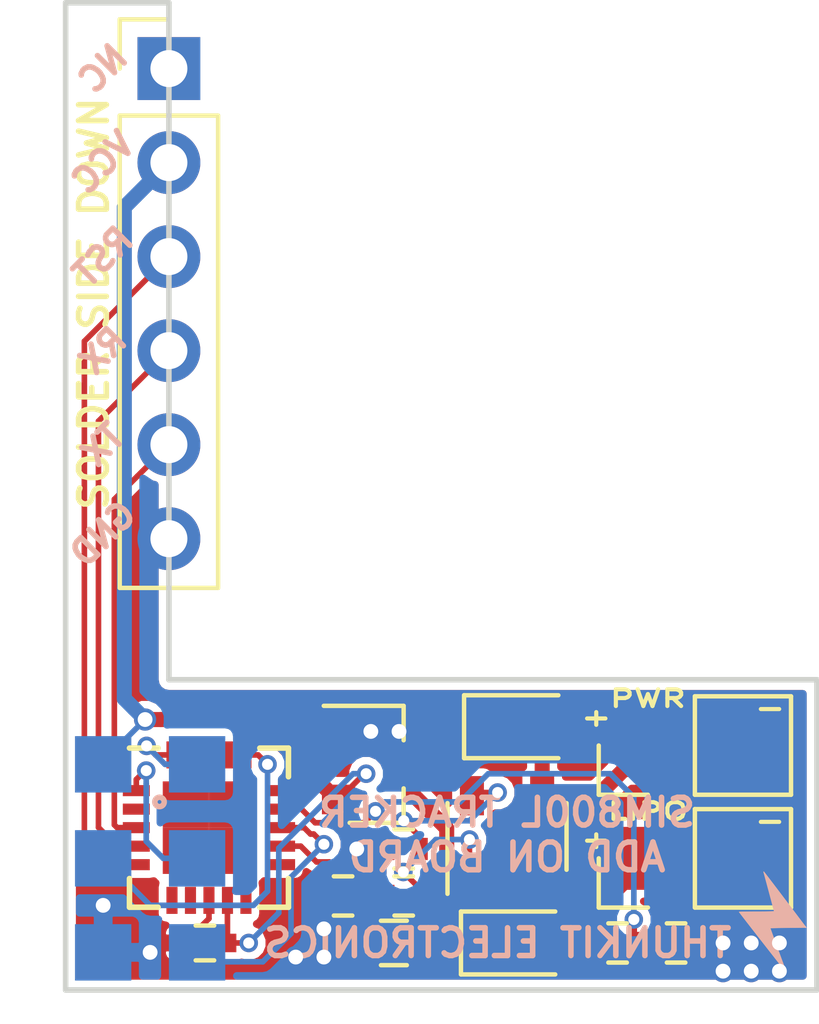
<source format=kicad_pcb>
(kicad_pcb (version 4) (host pcbnew 4.0.5+dfsg1-4)

  (general
    (links 50)
    (no_connects 0)
    (area 162.972076 76.7526 190.694828 106.5594)
    (thickness 1.6)
    (drawings 21)
    (tracks 126)
    (zones 0)
    (modules 31)
    (nets 21)
  )

  (page A4)
  (layers
    (0 F.Cu signal)
    (31 B.Cu signal)
    (32 B.Adhes user)
    (33 F.Adhes user)
    (34 B.Paste user)
    (35 F.Paste user)
    (36 B.SilkS user)
    (37 F.SilkS user)
    (38 B.Mask user)
    (39 F.Mask user)
    (40 Dwgs.User user)
    (41 Cmts.User user)
    (42 Eco1.User user)
    (43 Eco2.User user)
    (44 Edge.Cuts user)
    (45 Margin user)
    (46 B.CrtYd user)
    (47 F.CrtYd user)
    (48 B.Fab user hide)
    (49 F.Fab user hide)
  )

  (setup
    (last_trace_width 0.1524)
    (user_trace_width 0.1524)
    (user_trace_width 0.4064)
    (trace_clearance 0.1524)
    (zone_clearance 0.2032)
    (zone_45_only no)
    (trace_min 0.1524)
    (segment_width 0.2)
    (edge_width 0.15)
    (via_size 0.5)
    (via_drill 0.3)
    (via_min_size 0.4)
    (via_min_drill 0.3)
    (uvia_size 0.3)
    (uvia_drill 0.1)
    (uvias_allowed no)
    (uvia_min_size 0)
    (uvia_min_drill 0)
    (pcb_text_width 0.3)
    (pcb_text_size 1.5 1.5)
    (mod_edge_width 0.15)
    (mod_text_size 1 1)
    (mod_text_width 0.15)
    (pad_size 1.7 1.7)
    (pad_drill 1)
    (pad_to_mask_clearance 0.05)
    (aux_axis_origin 0 0)
    (visible_elements FFFFFF7F)
    (pcbplotparams
      (layerselection 0x00030_80000001)
      (usegerberextensions false)
      (excludeedgelayer true)
      (linewidth 0.100000)
      (plotframeref false)
      (viasonmask false)
      (mode 1)
      (useauxorigin false)
      (hpglpennumber 1)
      (hpglpenspeed 20)
      (hpglpendiameter 15)
      (hpglpenoverlay 2)
      (psnegative false)
      (psa4output false)
      (plotreference true)
      (plotvalue true)
      (plotinvisibletext false)
      (padsonsilk false)
      (subtractmaskfromsilk false)
      (outputformat 1)
      (mirror false)
      (drillshape 0)
      (scaleselection 1)
      (outputdirectory ""))
  )

  (net 0 "")
  (net 1 "Net-(BT1-Pad1)")
  (net 2 GND)
  (net 3 VCC)
  (net 4 SCK)
  (net 5 SIM_TX)
  (net 6 SIM_RX)
  (net 7 SIM_RST)
  (net 8 CHRG_STAT)
  (net 9 AVR_RST)
  (net 10 BT_VCC)
  (net 11 MOSI)
  (net 12 MISO)
  (net 13 "Net-(P3-Pad1)")
  (net 14 "Net-(R2-Pad2)")
  (net 15 "Net-(R3-Pad1)")
  (net 16 "Net-(D1-Pad2)")
  (net 17 VIN)
  (net 18 "Net-(U3-Pad2)")
  (net 19 "Net-(U3-Pad11)")
  (net 20 "Net-(U3-Pad15)")

  (net_class Default "This is the default net class."
    (clearance 0.1524)
    (trace_width 0.1524)
    (via_dia 0.5)
    (via_drill 0.3)
    (uvia_dia 0.3)
    (uvia_drill 0.1)
    (add_net AVR_RST)
    (add_net BT_VCC)
    (add_net CHRG_STAT)
    (add_net GND)
    (add_net MISO)
    (add_net MOSI)
    (add_net "Net-(BT1-Pad1)")
    (add_net "Net-(D1-Pad2)")
    (add_net "Net-(P3-Pad1)")
    (add_net "Net-(R2-Pad2)")
    (add_net "Net-(R3-Pad1)")
    (add_net "Net-(U3-Pad11)")
    (add_net "Net-(U3-Pad15)")
    (add_net "Net-(U3-Pad2)")
    (add_net SCK)
    (add_net SIM_RST)
    (add_net SIM_RX)
    (add_net SIM_TX)
    (add_net VCC)
    (add_net VIN)
  )

  (module "MOD:GND VIA" (layer F.Cu) (tedit 5B4ABFEA) (tstamp 5B4AC148)
    (at 168.656 101.346)
    (fp_text reference "" (at 0 0) (layer F.SilkS)
      (effects (font (thickness 0.15)))
    )
    (fp_text value "" (at 0 0) (layer F.SilkS)
      (effects (font (thickness 0.15)))
    )
    (pad 1 thru_hole circle (at 0 1.27) (size 0.6 0.6) (drill 0.4) (layers *.Cu)
      (net 2 GND) (zone_connect 2))
  )

  (module "MOD:GND VIA" (layer F.Cu) (tedit 5B4ABFEA) (tstamp 5B4AC144)
    (at 169.926 102.616)
    (fp_text reference "" (at 0 0) (layer F.SilkS)
      (effects (font (thickness 0.15)))
    )
    (fp_text value "" (at 0 0) (layer F.SilkS)
      (effects (font (thickness 0.15)))
    )
    (pad 1 thru_hole circle (at 0 1.27) (size 0.6 0.6) (drill 0.4) (layers *.Cu)
      (net 2 GND) (zone_connect 2))
  )

  (module "MOD:GND VIA" (layer F.Cu) (tedit 5B4ABFEA) (tstamp 5B4AC137)
    (at 175.514 99.822)
    (fp_text reference "" (at 0 0) (layer F.SilkS)
      (effects (font (thickness 0.15)))
    )
    (fp_text value "" (at 0 0) (layer F.SilkS)
      (effects (font (thickness 0.15)))
    )
    (pad 1 thru_hole circle (at 0 1.27) (size 0.6 0.6) (drill 0.4) (layers *.Cu)
      (net 2 GND) (zone_connect 2))
  )

  (module "MOD:GND VIA" (layer F.Cu) (tedit 5B4ABFEA) (tstamp 5B4AC0F1)
    (at 173.863 102.743)
    (fp_text reference "" (at 0 0) (layer F.SilkS)
      (effects (font (thickness 0.15)))
    )
    (fp_text value "" (at 0 0) (layer F.SilkS)
      (effects (font (thickness 0.15)))
    )
    (pad 1 thru_hole circle (at 0 1.27) (size 0.6 0.6) (drill 0.4) (layers *.Cu)
      (net 2 GND) (zone_connect 2))
  )

  (module "MOD:GND VIA" (layer F.Cu) (tedit 5B4ABFEA) (tstamp 5B4AC0ED)
    (at 174.625 102.743)
    (fp_text reference "" (at 0 0) (layer F.SilkS)
      (effects (font (thickness 0.15)))
    )
    (fp_text value "" (at 0 0) (layer F.SilkS)
      (effects (font (thickness 0.15)))
    )
    (pad 1 thru_hole circle (at 0 1.27) (size 0.6 0.6) (drill 0.4) (layers *.Cu)
      (net 2 GND) (zone_connect 2))
  )

  (module "MOD:GND VIA" (layer F.Cu) (tedit 5B4ABFEA) (tstamp 5B4AC0E9)
    (at 174.625 101.981)
    (fp_text reference "" (at 0 0) (layer F.SilkS)
      (effects (font (thickness 0.15)))
    )
    (fp_text value "" (at 0 0) (layer F.SilkS)
      (effects (font (thickness 0.15)))
    )
    (pad 1 thru_hole circle (at 0 1.27) (size 0.6 0.6) (drill 0.4) (layers *.Cu)
      (net 2 GND) (zone_connect 2))
  )

  (module "MOD:GND VIA" (layer F.Cu) (tedit 5B4ABFEA) (tstamp 5B4AC0B7)
    (at 186.944 103.124)
    (fp_text reference "" (at 0 0) (layer F.SilkS)
      (effects (font (thickness 0.15)))
    )
    (fp_text value "" (at 0 0) (layer F.SilkS)
      (effects (font (thickness 0.15)))
    )
    (pad 1 thru_hole circle (at 0 1.27) (size 0.6 0.6) (drill 0.4) (layers *.Cu)
      (net 2 GND) (zone_connect 2))
  )

  (module "MOD:GND VIA" (layer F.Cu) (tedit 5B4ABFEA) (tstamp 5B4AC0B3)
    (at 186.182 103.124)
    (fp_text reference "" (at 0 0) (layer F.SilkS)
      (effects (font (thickness 0.15)))
    )
    (fp_text value "" (at 0 0) (layer F.SilkS)
      (effects (font (thickness 0.15)))
    )
    (pad 1 thru_hole circle (at 0 1.27) (size 0.6 0.6) (drill 0.4) (layers *.Cu)
      (net 2 GND) (zone_connect 2))
  )

  (module "MOD:GND VIA" (layer F.Cu) (tedit 5B4ABFEA) (tstamp 5B4AC0AF)
    (at 185.42 103.124)
    (fp_text reference "" (at 0 0) (layer F.SilkS)
      (effects (font (thickness 0.15)))
    )
    (fp_text value "" (at 0 0) (layer F.SilkS)
      (effects (font (thickness 0.15)))
    )
    (pad 1 thru_hole circle (at 0 1.27) (size 0.6 0.6) (drill 0.4) (layers *.Cu)
      (net 2 GND) (zone_connect 2))
  )

  (module "MOD:GND VIA" (layer F.Cu) (tedit 5B4ABFEA) (tstamp 5B4AC0AB)
    (at 186.944 102.362)
    (fp_text reference "" (at 0 0) (layer F.SilkS)
      (effects (font (thickness 0.15)))
    )
    (fp_text value "" (at 0 0) (layer F.SilkS)
      (effects (font (thickness 0.15)))
    )
    (pad 1 thru_hole circle (at 0 1.27) (size 0.6 0.6) (drill 0.4) (layers *.Cu)
      (net 2 GND) (zone_connect 2))
  )

  (module "MOD:GND VIA" (layer F.Cu) (tedit 5B4ABFEA) (tstamp 5B4AC0A7)
    (at 186.182 102.362)
    (fp_text reference "" (at 0 0) (layer F.SilkS)
      (effects (font (thickness 0.15)))
    )
    (fp_text value "" (at 0 0) (layer F.SilkS)
      (effects (font (thickness 0.15)))
    )
    (pad 1 thru_hole circle (at 0 1.27) (size 0.6 0.6) (drill 0.4) (layers *.Cu)
      (net 2 GND) (zone_connect 2))
  )

  (module "MOD:GND VIA" (layer F.Cu) (tedit 5B4ABFEA) (tstamp 5B4AC0A3)
    (at 185.42 102.362)
    (fp_text reference "" (at 0 0) (layer F.SilkS)
      (effects (font (thickness 0.15)))
    )
    (fp_text value "" (at 0 0) (layer F.SilkS)
      (effects (font (thickness 0.15)))
    )
    (pad 1 thru_hole circle (at 0 1.27) (size 0.6 0.6) (drill 0.4) (layers *.Cu)
      (net 2 GND) (zone_connect 2))
  )

  (module "MOD:GND VIA" (layer F.Cu) (tedit 5B4ABFEA) (tstamp 5B4AC09E)
    (at 176.657 96.647)
    (fp_text reference "" (at 0 0) (layer F.SilkS)
      (effects (font (thickness 0.15)))
    )
    (fp_text value "" (at 0 0) (layer F.SilkS)
      (effects (font (thickness 0.15)))
    )
    (pad 1 thru_hole circle (at 0 1.27) (size 0.6 0.6) (drill 0.4) (layers *.Cu)
      (net 2 GND) (zone_connect 2))
  )

  (module Pin_Headers:Pin_Header_Straight_1x06_Pitch2.54mm (layer F.Cu) (tedit 5B4AC019) (tstamp 5B4AB53C)
    (at 170.434 80.01)
    (descr "Through hole straight pin header, 1x06, 2.54mm pitch, single row")
    (tags "Through hole pin header THT 1x06 2.54mm single row")
    (path /5B4AAADD)
    (fp_text reference P3 (at 0 -2.33) (layer F.SilkS) hide
      (effects (font (size 1 1) (thickness 0.15)))
    )
    (fp_text value "SIM800L Coreboard" (at 0 15.03) (layer F.Fab)
      (effects (font (size 1 1) (thickness 0.15)))
    )
    (fp_line (start -0.635 -1.27) (end 1.27 -1.27) (layer F.Fab) (width 0.1))
    (fp_line (start 1.27 -1.27) (end 1.27 13.97) (layer F.Fab) (width 0.1))
    (fp_line (start 1.27 13.97) (end -1.27 13.97) (layer F.Fab) (width 0.1))
    (fp_line (start -1.27 13.97) (end -1.27 -0.635) (layer F.Fab) (width 0.1))
    (fp_line (start -1.27 -0.635) (end -0.635 -1.27) (layer F.Fab) (width 0.1))
    (fp_line (start -1.33 14.03) (end 1.33 14.03) (layer F.SilkS) (width 0.12))
    (fp_line (start -1.33 1.27) (end -1.33 14.03) (layer F.SilkS) (width 0.12))
    (fp_line (start 1.33 1.27) (end 1.33 14.03) (layer F.SilkS) (width 0.12))
    (fp_line (start -1.33 1.27) (end 1.33 1.27) (layer F.SilkS) (width 0.12))
    (fp_line (start -1.33 0) (end -1.33 -1.33) (layer F.SilkS) (width 0.12))
    (fp_line (start -1.33 -1.33) (end 0 -1.33) (layer F.SilkS) (width 0.12))
    (fp_line (start -1.8 -1.8) (end -1.8 14.5) (layer F.CrtYd) (width 0.05))
    (fp_line (start -1.8 14.5) (end 1.8 14.5) (layer F.CrtYd) (width 0.05))
    (fp_line (start 1.8 14.5) (end 1.8 -1.8) (layer F.CrtYd) (width 0.05))
    (fp_line (start 1.8 -1.8) (end -1.8 -1.8) (layer F.CrtYd) (width 0.05))
    (fp_text user %R (at 0 6.35 90) (layer F.Fab)
      (effects (font (size 1 1) (thickness 0.15)))
    )
    (pad 1 thru_hole rect (at 0 0) (size 1.7 1.7) (drill 1) (layers *.Cu *.Mask)
      (net 13 "Net-(P3-Pad1)"))
    (pad 2 thru_hole oval (at 0 2.54) (size 1.7 1.7) (drill 1) (layers *.Cu *.Mask)
      (net 3 VCC))
    (pad 3 thru_hole oval (at 0 5.08) (size 1.7 1.7) (drill 1) (layers *.Cu *.Mask)
      (net 7 SIM_RST))
    (pad 4 thru_hole oval (at 0 7.62) (size 1.7 1.7) (drill 1) (layers *.Cu *.Mask)
      (net 6 SIM_RX))
    (pad 5 thru_hole oval (at 0 10.16) (size 1.7 1.7) (drill 1) (layers *.Cu *.Mask)
      (net 5 SIM_TX))
    (pad 6 thru_hole oval (at 0 12.7) (size 1.7 1.7) (drill 1) (layers *.Cu *.Mask)
      (net 2 GND) (zone_connect 2))
    (model ${KISYS3DMOD}/Pin_Headers.3dshapes/Pin_Header_Straight_1x06_Pitch2.54mm.wrl
      (at (xyz 0 0 0))
      (scale (xyz 1 1 1))
      (rotate (xyz 0 0 0))
    )
  )

  (module TO_SOT_Packages_SMD:SOT-23-5 (layer F.Cu) (tedit 5B4AB649) (tstamp 5B4AB563)
    (at 179.578 100.754 90)
    (descr "5-pin SOT23 package")
    (tags SOT-23-5)
    (path /5B4AB947)
    (attr smd)
    (fp_text reference U1 (at 0 -2.9 90) (layer F.SilkS) hide
      (effects (font (size 1 1) (thickness 0.15)))
    )
    (fp_text value MCP73831T (at 0 2.9 90) (layer F.Fab)
      (effects (font (size 1 1) (thickness 0.15)))
    )
    (fp_text user %R (at 0 0 180) (layer F.Fab)
      (effects (font (size 0.5 0.5) (thickness 0.075)))
    )
    (fp_line (start -0.9 1.61) (end 0.9 1.61) (layer F.SilkS) (width 0.12))
    (fp_line (start 0.9 -1.61) (end -1.55 -1.61) (layer F.SilkS) (width 0.12))
    (fp_line (start -1.9 -1.8) (end 1.9 -1.8) (layer F.CrtYd) (width 0.05))
    (fp_line (start 1.9 -1.8) (end 1.9 1.8) (layer F.CrtYd) (width 0.05))
    (fp_line (start 1.9 1.8) (end -1.9 1.8) (layer F.CrtYd) (width 0.05))
    (fp_line (start -1.9 1.8) (end -1.9 -1.8) (layer F.CrtYd) (width 0.05))
    (fp_line (start -0.9 -0.9) (end -0.25 -1.55) (layer F.Fab) (width 0.1))
    (fp_line (start 0.9 -1.55) (end -0.25 -1.55) (layer F.Fab) (width 0.1))
    (fp_line (start -0.9 -0.9) (end -0.9 1.55) (layer F.Fab) (width 0.1))
    (fp_line (start 0.9 1.55) (end -0.9 1.55) (layer F.Fab) (width 0.1))
    (fp_line (start 0.9 -1.55) (end 0.9 1.55) (layer F.Fab) (width 0.1))
    (pad 1 smd rect (at -1.1 -0.95 90) (size 1.06 0.65) (layers F.Cu F.Paste F.Mask)
      (net 14 "Net-(R2-Pad2)"))
    (pad 2 smd rect (at -1.1 0 90) (size 1.06 0.65) (layers F.Cu F.Paste F.Mask)
      (net 2 GND))
    (pad 3 smd rect (at -1.1 0.95 90) (size 1.06 0.65) (layers F.Cu F.Paste F.Mask)
      (net 1 "Net-(BT1-Pad1)"))
    (pad 4 smd rect (at 1.1 0.95 90) (size 1.06 0.65) (layers F.Cu F.Paste F.Mask)
      (net 16 "Net-(D1-Pad2)"))
    (pad 5 smd rect (at 1.1 -0.95 90) (size 1.06 0.65) (layers F.Cu F.Paste F.Mask)
      (net 15 "Net-(R3-Pad1)"))
    (model ${KISYS3DMOD}/TO_SOT_Packages_SMD.3dshapes/SOT-23-5.wrl
      (at (xyz 0 0 0))
      (scale (xyz 1 1 1))
      (rotate (xyz 0 0 0))
    )
  )

  (module Pin_Headers:Pin_Header_Straight_1x02_Pitch2.54mm (layer F.Cu) (tedit 5B4AB92E) (tstamp 5B4AB591)
    (at 183.388 101.346 90)
    (descr "Through hole straight pin header, 1x02, 2.54mm pitch, single row")
    (tags "Through hole pin header THT 1x02 2.54mm single row")
    (path /5B4AB976)
    (fp_text reference BT1 (at 0 -2.33 90) (layer F.SilkS) hide
      (effects (font (size 1 1) (thickness 0.15)))
    )
    (fp_text value 1S (at 0 4.87 90) (layer F.Fab)
      (effects (font (size 1 1) (thickness 0.15)))
    )
    (fp_line (start -0.635 -1.27) (end 1.27 -1.27) (layer F.Fab) (width 0.1))
    (fp_line (start 1.27 -1.27) (end 1.27 3.81) (layer F.Fab) (width 0.1))
    (fp_line (start 1.27 3.81) (end -1.27 3.81) (layer F.Fab) (width 0.1))
    (fp_line (start -1.27 3.81) (end -1.27 -0.635) (layer F.Fab) (width 0.1))
    (fp_line (start -1.27 -0.635) (end -0.635 -1.27) (layer F.Fab) (width 0.1))
    (fp_line (start -1.33 3.87) (end 1.33 3.87) (layer F.SilkS) (width 0.12))
    (fp_line (start -1.33 1.27) (end -1.33 3.87) (layer F.SilkS) (width 0.12))
    (fp_line (start 1.33 1.27) (end 1.33 3.87) (layer F.SilkS) (width 0.12))
    (fp_line (start -1.33 1.27) (end 1.33 1.27) (layer F.SilkS) (width 0.12))
    (fp_line (start -1.33 0) (end -1.33 -1.33) (layer F.SilkS) (width 0.12))
    (fp_line (start -1.33 -1.33) (end 0 -1.33) (layer F.SilkS) (width 0.12))
    (fp_line (start -1.8 -1.8) (end -1.8 4.35) (layer F.CrtYd) (width 0.05))
    (fp_line (start -1.8 4.35) (end 1.8 4.35) (layer F.CrtYd) (width 0.05))
    (fp_line (start 1.8 4.35) (end 1.8 -1.8) (layer F.CrtYd) (width 0.05))
    (fp_line (start 1.8 -1.8) (end -1.8 -1.8) (layer F.CrtYd) (width 0.05))
    (fp_text user %R (at 0 1.27 180) (layer F.Fab)
      (effects (font (size 1 1) (thickness 0.15)))
    )
    (pad 1 smd rect (at 0 0 90) (size 1.7 1.7) (layers F.Cu F.Mask)
      (net 1 "Net-(BT1-Pad1)"))
    (pad 2 smd oval (at 0 2.54 90) (size 1.7 1.7) (layers F.Cu F.Mask)
      (net 2 GND))
    (model ${KISYS3DMOD}/Pin_Headers.3dshapes/Pin_Header_Straight_1x02_Pitch2.54mm.wrl
      (at (xyz 0 0 0))
      (scale (xyz 1 1 1))
      (rotate (xyz 0 0 0))
    )
  )

  (module Diodes_SMD:D_SOD-323F (layer F.Cu) (tedit 5B4AB644) (tstamp 5B4AB597)
    (at 179.916 97.79)
    (descr "SOD-323F http://www.nxp.com/documents/outline_drawing/SOD323F.pdf")
    (tags SOD-323F)
    (path /5B4AB998)
    (attr smd)
    (fp_text reference D1 (at 0 -1.85) (layer F.SilkS) hide
      (effects (font (size 1 1) (thickness 0.15)))
    )
    (fp_text value S (at 0.1 1.9) (layer F.Fab)
      (effects (font (size 1 1) (thickness 0.15)))
    )
    (fp_text user %R (at 0 -1.85) (layer F.Fab)
      (effects (font (size 1 1) (thickness 0.15)))
    )
    (fp_line (start -1.5 -0.85) (end -1.5 0.85) (layer F.SilkS) (width 0.12))
    (fp_line (start 0.2 0) (end 0.45 0) (layer F.Fab) (width 0.1))
    (fp_line (start 0.2 0.35) (end -0.3 0) (layer F.Fab) (width 0.1))
    (fp_line (start 0.2 -0.35) (end 0.2 0.35) (layer F.Fab) (width 0.1))
    (fp_line (start -0.3 0) (end 0.2 -0.35) (layer F.Fab) (width 0.1))
    (fp_line (start -0.3 0) (end -0.5 0) (layer F.Fab) (width 0.1))
    (fp_line (start -0.3 -0.35) (end -0.3 0.35) (layer F.Fab) (width 0.1))
    (fp_line (start -0.9 0.7) (end -0.9 -0.7) (layer F.Fab) (width 0.1))
    (fp_line (start 0.9 0.7) (end -0.9 0.7) (layer F.Fab) (width 0.1))
    (fp_line (start 0.9 -0.7) (end 0.9 0.7) (layer F.Fab) (width 0.1))
    (fp_line (start -0.9 -0.7) (end 0.9 -0.7) (layer F.Fab) (width 0.1))
    (fp_line (start -1.6 -0.95) (end 1.6 -0.95) (layer F.CrtYd) (width 0.05))
    (fp_line (start 1.6 -0.95) (end 1.6 0.95) (layer F.CrtYd) (width 0.05))
    (fp_line (start -1.6 0.95) (end 1.6 0.95) (layer F.CrtYd) (width 0.05))
    (fp_line (start -1.6 -0.95) (end -1.6 0.95) (layer F.CrtYd) (width 0.05))
    (fp_line (start -1.5 0.85) (end 1.05 0.85) (layer F.SilkS) (width 0.12))
    (fp_line (start -1.5 -0.85) (end 1.05 -0.85) (layer F.SilkS) (width 0.12))
    (pad 1 smd rect (at -1.1 0) (size 0.5 0.5) (layers F.Cu F.Paste F.Mask)
      (net 17 VIN))
    (pad 2 smd rect (at 1.1 0) (size 0.5 0.5) (layers F.Cu F.Paste F.Mask)
      (net 16 "Net-(D1-Pad2)"))
    (model ${KISYS3DMOD}/Diodes_SMD.3dshapes/D_SOD-323F.wrl
      (at (xyz 0 0 0))
      (scale (xyz 1 1 1))
      (rotate (xyz 0 0 0))
    )
  )

  (module Diodes_SMD:D_SOD-323F (layer F.Cu) (tedit 5B4AB641) (tstamp 5B4AB59D)
    (at 179.832 103.632)
    (descr "SOD-323F http://www.nxp.com/documents/outline_drawing/SOD323F.pdf")
    (tags SOD-323F)
    (path /5B4AB983)
    (attr smd)
    (fp_text reference D2 (at 0 -1.85) (layer F.SilkS) hide
      (effects (font (size 1 1) (thickness 0.15)))
    )
    (fp_text value S (at 0.1 1.9) (layer F.Fab)
      (effects (font (size 1 1) (thickness 0.15)))
    )
    (fp_text user %R (at 0 -1.85) (layer F.Fab)
      (effects (font (size 1 1) (thickness 0.15)))
    )
    (fp_line (start -1.5 -0.85) (end -1.5 0.85) (layer F.SilkS) (width 0.12))
    (fp_line (start 0.2 0) (end 0.45 0) (layer F.Fab) (width 0.1))
    (fp_line (start 0.2 0.35) (end -0.3 0) (layer F.Fab) (width 0.1))
    (fp_line (start 0.2 -0.35) (end 0.2 0.35) (layer F.Fab) (width 0.1))
    (fp_line (start -0.3 0) (end 0.2 -0.35) (layer F.Fab) (width 0.1))
    (fp_line (start -0.3 0) (end -0.5 0) (layer F.Fab) (width 0.1))
    (fp_line (start -0.3 -0.35) (end -0.3 0.35) (layer F.Fab) (width 0.1))
    (fp_line (start -0.9 0.7) (end -0.9 -0.7) (layer F.Fab) (width 0.1))
    (fp_line (start 0.9 0.7) (end -0.9 0.7) (layer F.Fab) (width 0.1))
    (fp_line (start 0.9 -0.7) (end 0.9 0.7) (layer F.Fab) (width 0.1))
    (fp_line (start -0.9 -0.7) (end 0.9 -0.7) (layer F.Fab) (width 0.1))
    (fp_line (start -1.6 -0.95) (end 1.6 -0.95) (layer F.CrtYd) (width 0.05))
    (fp_line (start 1.6 -0.95) (end 1.6 0.95) (layer F.CrtYd) (width 0.05))
    (fp_line (start -1.6 0.95) (end 1.6 0.95) (layer F.CrtYd) (width 0.05))
    (fp_line (start -1.6 -0.95) (end -1.6 0.95) (layer F.CrtYd) (width 0.05))
    (fp_line (start -1.5 0.85) (end 1.05 0.85) (layer F.SilkS) (width 0.12))
    (fp_line (start -1.5 -0.85) (end 1.05 -0.85) (layer F.SilkS) (width 0.12))
    (pad 1 smd rect (at -1.1 0) (size 0.5 0.5) (layers F.Cu F.Paste F.Mask)
      (net 17 VIN))
    (pad 2 smd rect (at 1.1 0) (size 0.5 0.5) (layers F.Cu F.Paste F.Mask)
      (net 1 "Net-(BT1-Pad1)"))
    (model ${KISYS3DMOD}/Diodes_SMD.3dshapes/D_SOD-323F.wrl
      (at (xyz 0 0 0))
      (scale (xyz 1 1 1))
      (rotate (xyz 0 0 0))
    )
  )

  (module Pin_Headers:Pin_Header_Straight_1x02_Pitch2.54mm (layer F.Cu) (tedit 5B4AB93D) (tstamp 5B4AB5CE)
    (at 183.388 98.298 90)
    (descr "Through hole straight pin header, 1x02, 2.54mm pitch, single row")
    (tags "Through hole pin header THT 1x02 2.54mm single row")
    (path /5B4AB991)
    (fp_text reference P1 (at 0 -2.33 90) (layer F.SilkS) hide
      (effects (font (size 1 1) (thickness 0.15)))
    )
    (fp_text value PWR (at 0 4.87 90) (layer F.Fab)
      (effects (font (size 1 1) (thickness 0.15)))
    )
    (fp_line (start -0.635 -1.27) (end 1.27 -1.27) (layer F.Fab) (width 0.1))
    (fp_line (start 1.27 -1.27) (end 1.27 3.81) (layer F.Fab) (width 0.1))
    (fp_line (start 1.27 3.81) (end -1.27 3.81) (layer F.Fab) (width 0.1))
    (fp_line (start -1.27 3.81) (end -1.27 -0.635) (layer F.Fab) (width 0.1))
    (fp_line (start -1.27 -0.635) (end -0.635 -1.27) (layer F.Fab) (width 0.1))
    (fp_line (start -1.33 3.87) (end 1.33 3.87) (layer F.SilkS) (width 0.12))
    (fp_line (start -1.33 1.27) (end -1.33 3.87) (layer F.SilkS) (width 0.12))
    (fp_line (start 1.33 1.27) (end 1.33 3.87) (layer F.SilkS) (width 0.12))
    (fp_line (start -1.33 1.27) (end 1.33 1.27) (layer F.SilkS) (width 0.12))
    (fp_line (start -1.33 0) (end -1.33 -1.33) (layer F.SilkS) (width 0.12))
    (fp_line (start -1.33 -1.33) (end 0 -1.33) (layer F.SilkS) (width 0.12))
    (fp_line (start -1.8 -1.8) (end -1.8 4.35) (layer F.CrtYd) (width 0.05))
    (fp_line (start -1.8 4.35) (end 1.8 4.35) (layer F.CrtYd) (width 0.05))
    (fp_line (start 1.8 4.35) (end 1.8 -1.8) (layer F.CrtYd) (width 0.05))
    (fp_line (start 1.8 -1.8) (end -1.8 -1.8) (layer F.CrtYd) (width 0.05))
    (fp_text user %R (at 0 1.27 180) (layer F.Fab)
      (effects (font (size 1 1) (thickness 0.15)))
    )
    (pad 1 smd rect (at 0 0 90) (size 1.7 1.7) (layers F.Cu F.Mask)
      (net 16 "Net-(D1-Pad2)"))
    (pad 2 smd oval (at 0 2.54 90) (size 1.7 1.7) (layers F.Cu F.Mask)
      (net 2 GND))
    (model ${KISYS3DMOD}/Pin_Headers.3dshapes/Pin_Header_Straight_1x02_Pitch2.54mm.wrl
      (at (xyz 0 0 0))
      (scale (xyz 1 1 1))
      (rotate (xyz 0 0 0))
    )
  )

  (module TO_SOT_Packages_SMD:SOT-23 (layer F.Cu) (tedit 5B4AB637) (tstamp 5B4AB719)
    (at 176.022 98.806)
    (descr "SOT-23, Standard")
    (tags SOT-23)
    (path /5B4AB39F)
    (attr smd)
    (fp_text reference U2 (at 0 -2.5) (layer F.SilkS) hide
      (effects (font (size 1 1) (thickness 0.15)))
    )
    (fp_text value AP1117 (at 0 2.5) (layer F.Fab)
      (effects (font (size 1 1) (thickness 0.15)))
    )
    (fp_text user %R (at 0 0 90) (layer F.Fab)
      (effects (font (size 0.5 0.5) (thickness 0.075)))
    )
    (fp_line (start -0.7 -0.95) (end -0.7 1.5) (layer F.Fab) (width 0.1))
    (fp_line (start -0.15 -1.52) (end 0.7 -1.52) (layer F.Fab) (width 0.1))
    (fp_line (start -0.7 -0.95) (end -0.15 -1.52) (layer F.Fab) (width 0.1))
    (fp_line (start 0.7 -1.52) (end 0.7 1.52) (layer F.Fab) (width 0.1))
    (fp_line (start -0.7 1.52) (end 0.7 1.52) (layer F.Fab) (width 0.1))
    (fp_line (start 0.76 1.58) (end 0.76 0.65) (layer F.SilkS) (width 0.12))
    (fp_line (start 0.76 -1.58) (end 0.76 -0.65) (layer F.SilkS) (width 0.12))
    (fp_line (start -1.7 -1.75) (end 1.7 -1.75) (layer F.CrtYd) (width 0.05))
    (fp_line (start 1.7 -1.75) (end 1.7 1.75) (layer F.CrtYd) (width 0.05))
    (fp_line (start 1.7 1.75) (end -1.7 1.75) (layer F.CrtYd) (width 0.05))
    (fp_line (start -1.7 1.75) (end -1.7 -1.75) (layer F.CrtYd) (width 0.05))
    (fp_line (start 0.76 -1.58) (end -1.4 -1.58) (layer F.SilkS) (width 0.12))
    (fp_line (start 0.76 1.58) (end -0.7 1.58) (layer F.SilkS) (width 0.12))
    (pad 1 smd rect (at -1 -0.95) (size 0.9 0.8) (layers F.Cu F.Paste F.Mask)
      (net 2 GND))
    (pad 2 smd rect (at -1 0.95) (size 0.9 0.8) (layers F.Cu F.Paste F.Mask)
      (net 3 VCC))
    (pad 3 smd rect (at 1 0) (size 0.9 0.8) (layers F.Cu F.Paste F.Mask)
      (net 17 VIN))
    (model ${KISYS3DMOD}/TO_SOT_Packages_SMD.3dshapes/SOT-23.wrl
      (at (xyz 0 0 0))
      (scale (xyz 1 1 1))
      (rotate (xyz 0 0 0))
    )
  )

  (module Housings_DFN_QFN:QFN-20-1EP_4x4mm_Pitch0.5mm (layer F.Cu) (tedit 5B4AB68D) (tstamp 5B4AB82A)
    (at 171.517 100.517)
    (descr "20-Lead Plastic Quad Flat, No Lead Package (ML) - 4x4x0.9 mm Body [QFN]; (see Microchip Packaging Specification 00000049BS.pdf)")
    (tags "QFN 0.5")
    (path /5B4AAA71)
    (attr smd)
    (fp_text reference U3 (at 0 -3.33) (layer F.SilkS) hide
      (effects (font (size 1 1) (thickness 0.15)))
    )
    (fp_text value ATTINY841-MU (at 0 3.33) (layer F.Fab)
      (effects (font (size 1 1) (thickness 0.15)))
    )
    (fp_line (start -1 -2) (end 2 -2) (layer F.Fab) (width 0.15))
    (fp_line (start 2 -2) (end 2 2) (layer F.Fab) (width 0.15))
    (fp_line (start 2 2) (end -2 2) (layer F.Fab) (width 0.15))
    (fp_line (start -2 2) (end -2 -1) (layer F.Fab) (width 0.15))
    (fp_line (start -2 -1) (end -1 -2) (layer F.Fab) (width 0.15))
    (fp_line (start -2.6 -2.6) (end -2.6 2.6) (layer F.CrtYd) (width 0.05))
    (fp_line (start 2.6 -2.6) (end 2.6 2.6) (layer F.CrtYd) (width 0.05))
    (fp_line (start -2.6 -2.6) (end 2.6 -2.6) (layer F.CrtYd) (width 0.05))
    (fp_line (start -2.6 2.6) (end 2.6 2.6) (layer F.CrtYd) (width 0.05))
    (fp_line (start 2.15 -2.15) (end 2.15 -1.375) (layer F.SilkS) (width 0.15))
    (fp_line (start -2.15 2.15) (end -2.15 1.375) (layer F.SilkS) (width 0.15))
    (fp_line (start 2.15 2.15) (end 2.15 1.375) (layer F.SilkS) (width 0.15))
    (fp_line (start -2.15 -2.15) (end -1.375 -2.15) (layer F.SilkS) (width 0.15))
    (fp_line (start -2.15 2.15) (end -1.375 2.15) (layer F.SilkS) (width 0.15))
    (fp_line (start 2.15 2.15) (end 1.375 2.15) (layer F.SilkS) (width 0.15))
    (fp_line (start 2.15 -2.15) (end 1.375 -2.15) (layer F.SilkS) (width 0.15))
    (pad 1 smd rect (at -1.965 -1) (size 0.73 0.3) (layers F.Cu F.Paste F.Mask)
      (net 4 SCK))
    (pad 2 smd rect (at -1.965 -0.5) (size 0.73 0.3) (layers F.Cu F.Paste F.Mask)
      (net 18 "Net-(U3-Pad2)"))
    (pad 3 smd rect (at -1.965 0) (size 0.73 0.3) (layers F.Cu F.Paste F.Mask)
      (net 5 SIM_TX))
    (pad 4 smd rect (at -1.965 0.5) (size 0.73 0.3) (layers F.Cu F.Paste F.Mask)
      (net 6 SIM_RX))
    (pad 5 smd rect (at -1.965 1) (size 0.73 0.3) (layers F.Cu F.Paste F.Mask)
      (net 7 SIM_RST))
    (pad 6 smd rect (at -1 1.965 90) (size 0.73 0.3) (layers F.Cu F.Paste F.Mask))
    (pad 7 smd rect (at -0.5 1.965 90) (size 0.73 0.3) (layers F.Cu F.Paste F.Mask))
    (pad 8 smd rect (at 0 1.965 90) (size 0.73 0.3) (layers F.Cu F.Paste F.Mask)
      (net 2 GND))
    (pad 9 smd rect (at 0.5 1.965 90) (size 0.73 0.3) (layers F.Cu F.Paste F.Mask)
      (net 3 VCC))
    (pad 10 smd rect (at 1 1.965 90) (size 0.73 0.3) (layers F.Cu F.Paste F.Mask))
    (pad 11 smd rect (at 1.965 1) (size 0.73 0.3) (layers F.Cu F.Paste F.Mask)
      (net 19 "Net-(U3-Pad11)"))
    (pad 12 smd rect (at 1.965 0.5) (size 0.73 0.3) (layers F.Cu F.Paste F.Mask)
      (net 8 CHRG_STAT))
    (pad 13 smd rect (at 1.965 0) (size 0.73 0.3) (layers F.Cu F.Paste F.Mask)
      (net 9 AVR_RST))
    (pad 14 smd rect (at 1.965 -0.5) (size 0.73 0.3) (layers F.Cu F.Paste F.Mask)
      (net 10 BT_VCC))
    (pad 15 smd rect (at 1.965 -1) (size 0.73 0.3) (layers F.Cu F.Paste F.Mask)
      (net 20 "Net-(U3-Pad15)"))
    (pad 16 smd rect (at 1 -1.965 90) (size 0.73 0.3) (layers F.Cu F.Paste F.Mask)
      (net 11 MOSI))
    (pad 17 smd rect (at 0.5 -1.965 90) (size 0.73 0.3) (layers F.Cu F.Paste F.Mask))
    (pad 18 smd rect (at 0 -1.965 90) (size 0.73 0.3) (layers F.Cu F.Paste F.Mask))
    (pad 19 smd rect (at -0.5 -1.965 90) (size 0.73 0.3) (layers F.Cu F.Paste F.Mask))
    (pad 20 smd rect (at -1 -1.965 90) (size 0.73 0.3) (layers F.Cu F.Paste F.Mask)
      (net 12 MISO))
    (pad 21 smd rect (at 0.625 0.625) (size 1.25 1.25) (layers F.Cu F.Paste F.Mask)
      (solder_paste_margin_ratio -0.2))
    (pad 21 smd rect (at 0.625 -0.625) (size 1.25 1.25) (layers F.Cu F.Paste F.Mask)
      (solder_paste_margin_ratio -0.2))
    (pad 21 smd rect (at -0.625 0.625) (size 1.25 1.25) (layers F.Cu F.Paste F.Mask)
      (solder_paste_margin_ratio -0.2))
    (pad 21 smd rect (at -0.625 -0.625) (size 1.25 1.25) (layers F.Cu F.Paste F.Mask)
      (solder_paste_margin_ratio -0.2))
    (model ${KISYS3DMOD}/Housings_DFN_QFN.3dshapes/QFN-20-1EP_4x4mm_Pitch0.5mm.wrl
      (at (xyz 0 0 0))
      (scale (xyz 1 1 1))
      (rotate (xyz 0 0 0))
    )
  )

  (module "MOD:2.54 ICSP" (layer B.Cu) (tedit 5B4AB90D) (tstamp 5B4AB93D)
    (at 166.116 101.346 270)
    (path /5B4AAE2A)
    (fp_text reference P2 (at 0 -0.5 270) (layer B.SilkS) hide
      (effects (font (size 1 1) (thickness 0.15)) (justify mirror))
    )
    (fp_text value ICSP (at 0 0.5 270) (layer B.Fab)
      (effects (font (size 1 1) (thickness 0.15)) (justify mirror))
    )
    (fp_circle (center -1.524 -4.064) (end -1.524 -4.191) (layer B.SilkS) (width 0.15))
    (pad 2 connect rect (at -2.54 -2.54 270) (size 1.524 1.524) (layers B.Cu B.Mask)
      (net 3 VCC))
    (pad 4 connect rect (at 0 -2.54 270) (size 1.524 1.524) (layers B.Cu B.Mask)
      (net 11 MOSI))
    (pad 3 connect rect (at 0 -5.08 270) (size 1.524 1.524) (layers B.Cu B.Mask)
      (net 4 SCK))
    (pad 1 connect rect (at -2.54 -5.08 270) (size 1.524 1.524) (layers B.Cu B.Mask)
      (net 12 MISO))
    (pad 6 connect rect (at 2.54 -2.54 270) (size 1.524 1.524) (layers B.Cu B.Mask)
      (net 2 GND))
    (pad 5 connect rect (at 2.54 -5.08 270) (size 1.524 1.524) (layers B.Cu B.Mask)
      (net 9 AVR_RST))
  )

  (module Capacitors_SMD:C_0402 (layer F.Cu) (tedit 5B4ABBF1) (tstamp 5B4ABE66)
    (at 171.408 103.632 180)
    (descr "Capacitor SMD 0402, reflow soldering, AVX (see smccp.pdf)")
    (tags "capacitor 0402")
    (path /5B4AAD48)
    (attr smd)
    (fp_text reference C2 (at 0 -1.27 180) (layer F.SilkS) hide
      (effects (font (size 1 1) (thickness 0.15)))
    )
    (fp_text value 1uF (at 0 1.27 180) (layer F.Fab)
      (effects (font (size 1 1) (thickness 0.15)))
    )
    (fp_text user %R (at 0 -1.27 180) (layer F.Fab)
      (effects (font (size 1 1) (thickness 0.15)))
    )
    (fp_line (start -0.5 0.25) (end -0.5 -0.25) (layer F.Fab) (width 0.1))
    (fp_line (start 0.5 0.25) (end -0.5 0.25) (layer F.Fab) (width 0.1))
    (fp_line (start 0.5 -0.25) (end 0.5 0.25) (layer F.Fab) (width 0.1))
    (fp_line (start -0.5 -0.25) (end 0.5 -0.25) (layer F.Fab) (width 0.1))
    (fp_line (start 0.25 -0.47) (end -0.25 -0.47) (layer F.SilkS) (width 0.12))
    (fp_line (start -0.25 0.47) (end 0.25 0.47) (layer F.SilkS) (width 0.12))
    (fp_line (start -1 -0.4) (end 1 -0.4) (layer F.CrtYd) (width 0.05))
    (fp_line (start -1 -0.4) (end -1 0.4) (layer F.CrtYd) (width 0.05))
    (fp_line (start 1 0.4) (end 1 -0.4) (layer F.CrtYd) (width 0.05))
    (fp_line (start 1 0.4) (end -1 0.4) (layer F.CrtYd) (width 0.05))
    (pad 1 smd rect (at -0.55 0 180) (size 0.6 0.5) (layers F.Cu F.Paste F.Mask)
      (net 3 VCC))
    (pad 2 smd rect (at 0.55 0 180) (size 0.6 0.5) (layers F.Cu F.Paste F.Mask)
      (net 2 GND))
    (model Capacitors_SMD.3dshapes/C_0402.wrl
      (at (xyz 0 0 0))
      (scale (xyz 1 1 1))
      (rotate (xyz 0 0 0))
    )
  )

  (module Resistors_SMD:R_0402 (layer F.Cu) (tedit 5B4ABBEC) (tstamp 5B4ABE6C)
    (at 175.144 102.362)
    (descr "Resistor SMD 0402, reflow soldering, Vishay (see dcrcw.pdf)")
    (tags "resistor 0402")
    (path /5B4AB955)
    (attr smd)
    (fp_text reference R1 (at 0 -1.35) (layer F.SilkS) hide
      (effects (font (size 1 1) (thickness 0.15)))
    )
    (fp_text value 10K (at 0 1.45) (layer F.Fab)
      (effects (font (size 1 1) (thickness 0.15)))
    )
    (fp_text user %R (at 0 -1.35) (layer F.Fab)
      (effects (font (size 1 1) (thickness 0.15)))
    )
    (fp_line (start -0.5 0.25) (end -0.5 -0.25) (layer F.Fab) (width 0.1))
    (fp_line (start 0.5 0.25) (end -0.5 0.25) (layer F.Fab) (width 0.1))
    (fp_line (start 0.5 -0.25) (end 0.5 0.25) (layer F.Fab) (width 0.1))
    (fp_line (start -0.5 -0.25) (end 0.5 -0.25) (layer F.Fab) (width 0.1))
    (fp_line (start 0.25 -0.53) (end -0.25 -0.53) (layer F.SilkS) (width 0.12))
    (fp_line (start -0.25 0.53) (end 0.25 0.53) (layer F.SilkS) (width 0.12))
    (fp_line (start -0.8 -0.45) (end 0.8 -0.45) (layer F.CrtYd) (width 0.05))
    (fp_line (start -0.8 -0.45) (end -0.8 0.45) (layer F.CrtYd) (width 0.05))
    (fp_line (start 0.8 0.45) (end 0.8 -0.45) (layer F.CrtYd) (width 0.05))
    (fp_line (start 0.8 0.45) (end -0.8 0.45) (layer F.CrtYd) (width 0.05))
    (pad 1 smd rect (at -0.45 0) (size 0.4 0.6) (layers F.Cu F.Paste F.Mask)
      (net 2 GND))
    (pad 2 smd rect (at 0.45 0) (size 0.4 0.6) (layers F.Cu F.Paste F.Mask)
      (net 8 CHRG_STAT))
    (model ${KISYS3DMOD}/Resistors_SMD.3dshapes/R_0402.wrl
      (at (xyz 0 0 0))
      (scale (xyz 1 1 1))
      (rotate (xyz 0 0 0))
    )
  )

  (module Resistors_SMD:R_0402 (layer F.Cu) (tedit 5B4ABBEA) (tstamp 5B4ABE72)
    (at 176.784 102.362)
    (descr "Resistor SMD 0402, reflow soldering, Vishay (see dcrcw.pdf)")
    (tags "resistor 0402")
    (path /5B4AB94E)
    (attr smd)
    (fp_text reference R2 (at 0 -1.35) (layer F.SilkS) hide
      (effects (font (size 1 1) (thickness 0.15)))
    )
    (fp_text value 10K (at 0 1.45) (layer F.Fab)
      (effects (font (size 1 1) (thickness 0.15)))
    )
    (fp_text user %R (at 0 -1.35) (layer F.Fab)
      (effects (font (size 1 1) (thickness 0.15)))
    )
    (fp_line (start -0.5 0.25) (end -0.5 -0.25) (layer F.Fab) (width 0.1))
    (fp_line (start 0.5 0.25) (end -0.5 0.25) (layer F.Fab) (width 0.1))
    (fp_line (start 0.5 -0.25) (end 0.5 0.25) (layer F.Fab) (width 0.1))
    (fp_line (start -0.5 -0.25) (end 0.5 -0.25) (layer F.Fab) (width 0.1))
    (fp_line (start 0.25 -0.53) (end -0.25 -0.53) (layer F.SilkS) (width 0.12))
    (fp_line (start -0.25 0.53) (end 0.25 0.53) (layer F.SilkS) (width 0.12))
    (fp_line (start -0.8 -0.45) (end 0.8 -0.45) (layer F.CrtYd) (width 0.05))
    (fp_line (start -0.8 -0.45) (end -0.8 0.45) (layer F.CrtYd) (width 0.05))
    (fp_line (start 0.8 0.45) (end 0.8 -0.45) (layer F.CrtYd) (width 0.05))
    (fp_line (start 0.8 0.45) (end -0.8 0.45) (layer F.CrtYd) (width 0.05))
    (pad 1 smd rect (at -0.45 0) (size 0.4 0.6) (layers F.Cu F.Paste F.Mask)
      (net 8 CHRG_STAT))
    (pad 2 smd rect (at 0.45 0) (size 0.4 0.6) (layers F.Cu F.Paste F.Mask)
      (net 14 "Net-(R2-Pad2)"))
    (model ${KISYS3DMOD}/Resistors_SMD.3dshapes/R_0402.wrl
      (at (xyz 0 0 0))
      (scale (xyz 1 1 1))
      (rotate (xyz 0 0 0))
    )
  )

  (module Resistors_SMD:R_0402 (layer F.Cu) (tedit 5B4ABBF6) (tstamp 5B4ABE78)
    (at 176.784 101.092 180)
    (descr "Resistor SMD 0402, reflow soldering, Vishay (see dcrcw.pdf)")
    (tags "resistor 0402")
    (path /5B4AB963)
    (attr smd)
    (fp_text reference R3 (at 0 -1.35 180) (layer F.SilkS) hide
      (effects (font (size 1 1) (thickness 0.15)))
    )
    (fp_text value 2K (at 0 1.45 180) (layer F.Fab)
      (effects (font (size 1 1) (thickness 0.15)))
    )
    (fp_text user %R (at 0 -1.35 180) (layer F.Fab)
      (effects (font (size 1 1) (thickness 0.15)))
    )
    (fp_line (start -0.5 0.25) (end -0.5 -0.25) (layer F.Fab) (width 0.1))
    (fp_line (start 0.5 0.25) (end -0.5 0.25) (layer F.Fab) (width 0.1))
    (fp_line (start 0.5 -0.25) (end 0.5 0.25) (layer F.Fab) (width 0.1))
    (fp_line (start -0.5 -0.25) (end 0.5 -0.25) (layer F.Fab) (width 0.1))
    (fp_line (start 0.25 -0.53) (end -0.25 -0.53) (layer F.SilkS) (width 0.12))
    (fp_line (start -0.25 0.53) (end 0.25 0.53) (layer F.SilkS) (width 0.12))
    (fp_line (start -0.8 -0.45) (end 0.8 -0.45) (layer F.CrtYd) (width 0.05))
    (fp_line (start -0.8 -0.45) (end -0.8 0.45) (layer F.CrtYd) (width 0.05))
    (fp_line (start 0.8 0.45) (end 0.8 -0.45) (layer F.CrtYd) (width 0.05))
    (fp_line (start 0.8 0.45) (end -0.8 0.45) (layer F.CrtYd) (width 0.05))
    (pad 1 smd rect (at -0.45 0 180) (size 0.4 0.6) (layers F.Cu F.Paste F.Mask)
      (net 15 "Net-(R3-Pad1)"))
    (pad 2 smd rect (at 0.45 0 180) (size 0.4 0.6) (layers F.Cu F.Paste F.Mask)
      (net 2 GND))
    (model ${KISYS3DMOD}/Resistors_SMD.3dshapes/R_0402.wrl
      (at (xyz 0 0 0))
      (scale (xyz 1 1 1))
      (rotate (xyz 0 0 0))
    )
  )

  (module Resistors_SMD:R_0402 (layer F.Cu) (tedit 5B4ABBEF) (tstamp 5B4ABE7E)
    (at 182.568 103.632 180)
    (descr "Resistor SMD 0402, reflow soldering, Vishay (see dcrcw.pdf)")
    (tags "resistor 0402")
    (path /5B4AB99F)
    (attr smd)
    (fp_text reference R4 (at 0 -1.35 180) (layer F.SilkS) hide
      (effects (font (size 1 1) (thickness 0.15)))
    )
    (fp_text value 10K (at 0 1.45 180) (layer F.Fab)
      (effects (font (size 1 1) (thickness 0.15)))
    )
    (fp_text user %R (at 0 -1.35 180) (layer F.Fab)
      (effects (font (size 1 1) (thickness 0.15)))
    )
    (fp_line (start -0.5 0.25) (end -0.5 -0.25) (layer F.Fab) (width 0.1))
    (fp_line (start 0.5 0.25) (end -0.5 0.25) (layer F.Fab) (width 0.1))
    (fp_line (start 0.5 -0.25) (end 0.5 0.25) (layer F.Fab) (width 0.1))
    (fp_line (start -0.5 -0.25) (end 0.5 -0.25) (layer F.Fab) (width 0.1))
    (fp_line (start 0.25 -0.53) (end -0.25 -0.53) (layer F.SilkS) (width 0.12))
    (fp_line (start -0.25 0.53) (end 0.25 0.53) (layer F.SilkS) (width 0.12))
    (fp_line (start -0.8 -0.45) (end 0.8 -0.45) (layer F.CrtYd) (width 0.05))
    (fp_line (start -0.8 -0.45) (end -0.8 0.45) (layer F.CrtYd) (width 0.05))
    (fp_line (start 0.8 0.45) (end 0.8 -0.45) (layer F.CrtYd) (width 0.05))
    (fp_line (start 0.8 0.45) (end -0.8 0.45) (layer F.CrtYd) (width 0.05))
    (pad 1 smd rect (at -0.45 0 180) (size 0.4 0.6) (layers F.Cu F.Paste F.Mask)
      (net 10 BT_VCC))
    (pad 2 smd rect (at 0.45 0 180) (size 0.4 0.6) (layers F.Cu F.Paste F.Mask)
      (net 1 "Net-(BT1-Pad1)"))
    (model ${KISYS3DMOD}/Resistors_SMD.3dshapes/R_0402.wrl
      (at (xyz 0 0 0))
      (scale (xyz 1 1 1))
      (rotate (xyz 0 0 0))
    )
  )

  (module Resistors_SMD:R_0402 (layer F.Cu) (tedit 5B4ABBF3) (tstamp 5B4ABE84)
    (at 184.15 103.632 180)
    (descr "Resistor SMD 0402, reflow soldering, Vishay (see dcrcw.pdf)")
    (tags "resistor 0402")
    (path /5B4AB9A6)
    (attr smd)
    (fp_text reference R5 (at 0 -1.35 180) (layer F.SilkS) hide
      (effects (font (size 1 1) (thickness 0.15)))
    )
    (fp_text value 10K (at 0 1.45 180) (layer F.Fab)
      (effects (font (size 1 1) (thickness 0.15)))
    )
    (fp_text user %R (at 0 -1.35 180) (layer F.Fab)
      (effects (font (size 1 1) (thickness 0.15)))
    )
    (fp_line (start -0.5 0.25) (end -0.5 -0.25) (layer F.Fab) (width 0.1))
    (fp_line (start 0.5 0.25) (end -0.5 0.25) (layer F.Fab) (width 0.1))
    (fp_line (start 0.5 -0.25) (end 0.5 0.25) (layer F.Fab) (width 0.1))
    (fp_line (start -0.5 -0.25) (end 0.5 -0.25) (layer F.Fab) (width 0.1))
    (fp_line (start 0.25 -0.53) (end -0.25 -0.53) (layer F.SilkS) (width 0.12))
    (fp_line (start -0.25 0.53) (end 0.25 0.53) (layer F.SilkS) (width 0.12))
    (fp_line (start -0.8 -0.45) (end 0.8 -0.45) (layer F.CrtYd) (width 0.05))
    (fp_line (start -0.8 -0.45) (end -0.8 0.45) (layer F.CrtYd) (width 0.05))
    (fp_line (start 0.8 0.45) (end 0.8 -0.45) (layer F.CrtYd) (width 0.05))
    (fp_line (start 0.8 0.45) (end -0.8 0.45) (layer F.CrtYd) (width 0.05))
    (pad 1 smd rect (at -0.45 0 180) (size 0.4 0.6) (layers F.Cu F.Paste F.Mask)
      (net 2 GND))
    (pad 2 smd rect (at 0.45 0 180) (size 0.4 0.6) (layers F.Cu F.Paste F.Mask)
      (net 10 BT_VCC))
    (model ${KISYS3DMOD}/Resistors_SMD.3dshapes/R_0402.wrl
      (at (xyz 0 0 0))
      (scale (xyz 1 1 1))
      (rotate (xyz 0 0 0))
    )
  )

  (module Capacitors_SMD:C_0603 (layer F.Cu) (tedit 5B4ABC19) (tstamp 5B4ABF0E)
    (at 176.518 103.632 180)
    (descr "Capacitor SMD 0603, reflow soldering, AVX (see smccp.pdf)")
    (tags "capacitor 0603")
    (path /5B4AB9FB)
    (attr smd)
    (fp_text reference C1 (at 0 -1.5 180) (layer F.SilkS) hide
      (effects (font (size 1 1) (thickness 0.15)))
    )
    (fp_text value 4.7uF (at 0 1.5 180) (layer F.Fab)
      (effects (font (size 1 1) (thickness 0.15)))
    )
    (fp_line (start 1.4 0.65) (end -1.4 0.65) (layer F.CrtYd) (width 0.05))
    (fp_line (start 1.4 0.65) (end 1.4 -0.65) (layer F.CrtYd) (width 0.05))
    (fp_line (start -1.4 -0.65) (end -1.4 0.65) (layer F.CrtYd) (width 0.05))
    (fp_line (start -1.4 -0.65) (end 1.4 -0.65) (layer F.CrtYd) (width 0.05))
    (fp_line (start 0.35 0.6) (end -0.35 0.6) (layer F.SilkS) (width 0.12))
    (fp_line (start -0.35 -0.6) (end 0.35 -0.6) (layer F.SilkS) (width 0.12))
    (fp_line (start -0.8 -0.4) (end 0.8 -0.4) (layer F.Fab) (width 0.1))
    (fp_line (start 0.8 -0.4) (end 0.8 0.4) (layer F.Fab) (width 0.1))
    (fp_line (start 0.8 0.4) (end -0.8 0.4) (layer F.Fab) (width 0.1))
    (fp_line (start -0.8 0.4) (end -0.8 -0.4) (layer F.Fab) (width 0.1))
    (fp_text user %R (at 0 0 180) (layer F.Fab)
      (effects (font (size 0.3 0.3) (thickness 0.075)))
    )
    (pad 2 smd rect (at 0.75 0 180) (size 0.8 0.75) (layers F.Cu F.Paste F.Mask)
      (net 2 GND))
    (pad 1 smd rect (at -0.75 0 180) (size 0.8 0.75) (layers F.Cu F.Paste F.Mask)
      (net 17 VIN))
    (model Capacitors_SMD.3dshapes/C_0603.wrl
      (at (xyz 0 0 0))
      (scale (xyz 1 1 1))
      (rotate (xyz 0 0 0))
    )
  )

  (module MOD:lightning (layer B.Cu) (tedit 0) (tstamp 5B4ABF92)
    (at 186.817 103.124)
    (fp_text reference G*** (at 0 0) (layer B.SilkS) hide
      (effects (font (thickness 0.3)) (justify mirror))
    )
    (fp_text value LOGO (at 0.75 0) (layer B.SilkS) hide
      (effects (font (thickness 0.3)) (justify mirror))
    )
    (fp_poly (pts (xy 0.314354 1.28972) (xy 0.304217 1.261534) (xy 0.287787 1.218017) (xy 0.262911 1.15128)
      (xy 0.231172 1.065639) (xy 0.194152 0.965409) (xy 0.153436 0.854904) (xy 0.110605 0.738441)
      (xy 0.067244 0.620333) (xy 0.024936 0.504897) (xy -0.014736 0.396447) (xy -0.050189 0.299299)
      (xy -0.079839 0.217767) (xy -0.102104 0.156168) (xy -0.1154 0.118815) (xy -0.118533 0.109316)
      (xy -0.102305 0.107325) (xy -0.056437 0.105235) (xy 0.014844 0.103147) (xy 0.10731 0.101162)
      (xy 0.216736 0.099383) (xy 0.338895 0.09791) (xy 0.368591 0.097623) (xy 0.855716 0.093133)
      (xy 0.294305 -0.649173) (xy 0.188629 -0.788761) (xy 0.088696 -0.920499) (xy -0.003562 -1.041856)
      (xy -0.086213 -1.150304) (xy -0.157324 -1.243314) (xy -0.214964 -1.318356) (xy -0.2572 -1.372901)
      (xy -0.2821 -1.40442) (xy -0.287856 -1.411173) (xy -0.30193 -1.419999) (xy -0.299939 -1.401084)
      (xy -0.298786 -1.397) (xy -0.288287 -1.359649) (xy -0.271246 -1.297666) (xy -0.248936 -1.2158)
      (xy -0.222636 -1.118801) (xy -0.193622 -1.011418) (xy -0.163169 -0.8984) (xy -0.132555 -0.784498)
      (xy -0.103056 -0.674459) (xy -0.075947 -0.573034) (xy -0.052507 -0.484973) (xy -0.03401 -0.415023)
      (xy -0.021734 -0.367936) (xy -0.016954 -0.34846) (xy -0.016934 -0.348256) (xy -0.033153 -0.345773)
      (xy -0.078954 -0.343529) (xy -0.150053 -0.34161) (xy -0.242165 -0.340104) (xy -0.351007 -0.339096)
      (xy -0.472294 -0.338674) (xy -0.491067 -0.338666) (xy -0.613834 -0.338377) (xy -0.72479 -0.33756)
      (xy -0.819653 -0.336292) (xy -0.894136 -0.334649) (xy -0.943957 -0.332707) (xy -0.964831 -0.330544)
      (xy -0.9652 -0.330209) (xy -0.955097 -0.315927) (xy -0.926253 -0.27784) (xy -0.880867 -0.218757)
      (xy -0.821139 -0.141491) (xy -0.749266 -0.048852) (xy -0.667449 0.056347) (xy -0.577885 0.171296)
      (xy -0.482774 0.293183) (xy -0.384315 0.419197) (xy -0.284706 0.546527) (xy -0.186147 0.672361)
      (xy -0.090836 0.793888) (xy -0.000972 0.908298) (xy 0.081246 1.012777) (xy 0.153618 1.104516)
      (xy 0.213947 1.180702) (xy 0.260033 1.238525) (xy 0.289678 1.275174) (xy 0.299666 1.286933)
      (xy 0.31437 1.300123) (xy 0.314354 1.28972)) (layer B.SilkS) (width 0.01))
  )

  (module "MOD:GND VIA" (layer F.Cu) (tedit 5B4ABFEA) (tstamp 5B4AC093)
    (at 175.895 96.647)
    (fp_text reference "" (at 0 0) (layer F.SilkS)
      (effects (font (thickness 0.15)))
    )
    (fp_text value "" (at 0 0) (layer F.SilkS)
      (effects (font (thickness 0.15)))
    )
    (pad 1 thru_hole circle (at 0 1.27) (size 0.6 0.6) (drill 0.4) (layers *.Cu)
      (net 2 GND) (zone_connect 2))
  )

  (gr_text - (at 186.69 97.282) (layer F.SilkS) (tstamp 5B4AC3E8)
    (effects (font (size 0.45 0.65) (thickness 0.1125)))
  )
  (gr_text - (at 186.69 100.33) (layer F.SilkS) (tstamp 5B4AC3DB)
    (effects (font (size 0.45 0.65) (thickness 0.1125)))
  )
  (gr_text + (at 181.991 100.838) (layer F.SilkS) (tstamp 5B4AC3D5)
    (effects (font (size 0.45 0.65) (thickness 0.1125)))
  )
  (gr_text + (at 181.991 97.536) (layer F.SilkS) (tstamp 5B4AC3C8)
    (effects (font (size 0.45 0.65) (thickness 0.1125)))
  )
  (gr_text PWR (at 183.388 97.028) (layer F.SilkS) (tstamp 5B4AC378)
    (effects (font (size 0.45 0.65) (thickness 0.1125)))
  )
  (gr_text LIPO (at 183.388 100.076) (layer F.SilkS)
    (effects (font (size 0.45 0.65) (thickness 0.1125)))
  )
  (gr_text "SOLDER SIDE DOWN" (at 168.402 86.36 90) (layer F.SilkS)
    (effects (font (size 0.75 0.75) (thickness 0.15)))
  )
  (gr_text NC (at 168.656 80.01 45) (layer B.SilkS) (tstamp 5B4AC2CB)
    (effects (font (size 0.65 0.65) (thickness 0.15)) (justify mirror))
  )
  (gr_text VCC (at 168.656 82.55 45) (layer B.SilkS) (tstamp 5B4AC280)
    (effects (font (size 0.65 0.65) (thickness 0.15)) (justify mirror))
  )
  (gr_text RST (at 168.656 85.09 45) (layer B.SilkS) (tstamp 5B4AC276)
    (effects (font (size 0.65 0.65) (thickness 0.15)) (justify mirror))
  )
  (gr_text GND (at 168.656 92.583 45) (layer B.SilkS) (tstamp 5B4AC261)
    (effects (font (size 0.65 0.65) (thickness 0.15)) (justify mirror))
  )
  (gr_text TX (at 168.656 90.17 45) (layer B.SilkS) (tstamp 5B4AC256)
    (effects (font (size 0.65 0.65) (thickness 0.15)) (justify mirror))
  )
  (gr_text RX (at 168.656 87.63 45) (layer B.SilkS)
    (effects (font (size 0.65 0.65) (thickness 0.15)) (justify mirror))
  )
  (gr_text "THUNKIT ELECTRONICS" (at 179.324 103.632) (layer B.SilkS) (tstamp 5B4AC1B4)
    (effects (font (size 0.75 0.75) (thickness 0.15)) (justify mirror))
  )
  (gr_text "SIM800L TRACKER\nADD ON BOARD" (at 179.578 100.711) (layer B.SilkS)
    (effects (font (size 0.75 0.75) (thickness 0.15)) (justify mirror))
  )
  (gr_line (start 170.434 96.52) (end 187.96 96.52) (layer Edge.Cuts) (width 0.15))
  (gr_line (start 187.96 104.902) (end 187.96 96.52) (layer Edge.Cuts) (width 0.15))
  (gr_line (start 167.64 104.902) (end 187.96 104.902) (layer Edge.Cuts) (width 0.15))
  (gr_line (start 170.434 78.232) (end 170.434 96.52) (layer Edge.Cuts) (width 0.15))
  (gr_line (start 167.64 78.232) (end 167.64 104.902) (layer Edge.Cuts) (width 0.15))
  (gr_line (start 170.434 78.232) (end 167.64 78.232) (layer Edge.Cuts) (width 0.15))

  (segment (start 180.528 101.854) (end 180.528 103.228) (width 0.4064) (layer F.Cu) (net 1))
  (segment (start 180.528 103.228) (end 180.932 103.632) (width 0.4064) (layer F.Cu) (net 1))
  (segment (start 180.932 103.632) (end 182.118 103.632) (width 0.4064) (layer F.Cu) (net 1))
  (segment (start 183.388 101.346) (end 182.118 102.616) (width 0.4064) (layer F.Cu) (net 1))
  (segment (start 182.118 102.616) (end 182.118 103.632) (width 0.4064) (layer F.Cu) (net 1))
  (segment (start 171.517 102.482) (end 171.517 102.973) (width 0.1524) (layer F.Cu) (net 2))
  (segment (start 171.517 102.973) (end 170.858 103.632) (width 0.1524) (layer F.Cu) (net 2))
  (segment (start 169.926 93.472) (end 169.926 95.631) (width 0.1524) (layer B.Cu) (net 2))
  (segment (start 170.434 92.964) (end 169.926 93.472) (width 0.1524) (layer B.Cu) (net 2))
  (segment (start 170.434 92.71) (end 170.434 92.964) (width 0.1524) (layer B.Cu) (net 2))
  (segment (start 168.656 98.730229) (end 168.656 98.806) (width 0.1524) (layer B.Cu) (net 3))
  (segment (start 169.789982 97.596247) (end 168.656 98.730229) (width 0.1524) (layer B.Cu) (net 3))
  (segment (start 173.405811 101.068636) (end 175.414447 99.06) (width 0.1524) (layer B.Cu) (net 3))
  (segment (start 172.593 103.632) (end 173.405811 102.819189) (width 0.1524) (layer B.Cu) (net 3))
  (segment (start 173.405811 102.819189) (end 173.405811 101.068636) (width 0.1524) (layer B.Cu) (net 3))
  (segment (start 175.414447 99.06) (end 175.768 99.06) (width 0.1524) (layer B.Cu) (net 3))
  (segment (start 172.812247 97.596247) (end 170.214246 97.596247) (width 0.4064) (layer F.Cu) (net 3))
  (segment (start 174.972 99.756) (end 172.812247 97.596247) (width 0.4064) (layer F.Cu) (net 3))
  (segment (start 175.022 99.756) (end 174.972 99.756) (width 0.4064) (layer F.Cu) (net 3))
  (segment (start 170.214246 97.596247) (end 169.789982 97.596247) (width 0.4064) (layer F.Cu) (net 3))
  (segment (start 169.489983 97.296248) (end 169.789982 97.596247) (width 0.4064) (layer B.Cu) (net 3))
  (segment (start 169.228399 83.755601) (end 169.228399 97.034664) (width 0.4064) (layer B.Cu) (net 3))
  (segment (start 170.434 82.55) (end 169.228399 83.755601) (width 0.4064) (layer B.Cu) (net 3))
  (segment (start 169.228399 97.034664) (end 169.489983 97.296248) (width 0.4064) (layer B.Cu) (net 3))
  (via (at 169.789982 97.596247) (size 0.6) (drill 0.4) (layers F.Cu B.Cu) (net 3))
  (segment (start 175.768 99.06) (end 175.718 99.06) (width 0.1524) (layer F.Cu) (net 3))
  (segment (start 175.718 99.06) (end 175.022 99.756) (width 0.1524) (layer F.Cu) (net 3))
  (via (at 175.768 99.06) (size 0.5) (drill 0.3) (layers F.Cu B.Cu) (net 3))
  (segment (start 171.958 103.632) (end 172.593 103.632) (width 0.1524) (layer F.Cu) (net 3))
  (via (at 172.593 103.632) (size 0.5) (drill 0.3) (layers F.Cu B.Cu) (net 3))
  (segment (start 172.017 102.482) (end 172.017 103.573) (width 0.1524) (layer F.Cu) (net 3))
  (segment (start 172.017 103.573) (end 171.958 103.632) (width 0.1524) (layer F.Cu) (net 3))
  (segment (start 169.820402 100.884802) (end 169.820402 99.32841) (width 0.1524) (layer B.Cu) (net 4))
  (segment (start 171.196 101.346) (end 170.2816 101.346) (width 0.1524) (layer B.Cu) (net 4))
  (segment (start 169.791743 98.974857) (end 169.820402 98.974857) (width 0.1524) (layer F.Cu) (net 4))
  (segment (start 169.552 99.517) (end 169.552 99.2146) (width 0.1524) (layer F.Cu) (net 4))
  (segment (start 170.2816 101.346) (end 169.820402 100.884802) (width 0.1524) (layer B.Cu) (net 4))
  (segment (start 169.820402 99.32841) (end 169.820402 98.974857) (width 0.1524) (layer B.Cu) (net 4))
  (via (at 169.820402 98.974857) (size 0.5) (drill 0.3) (layers F.Cu B.Cu) (net 4))
  (segment (start 169.552 99.2146) (end 169.791743 98.974857) (width 0.1524) (layer F.Cu) (net 4))
  (segment (start 169.552 100.517) (end 169.0346 100.517) (width 0.1524) (layer F.Cu) (net 5))
  (segment (start 169.0346 100.517) (end 168.958399 100.440799) (width 0.1524) (layer F.Cu) (net 5))
  (segment (start 168.958399 100.440799) (end 168.958399 91.645601) (width 0.1524) (layer F.Cu) (net 5))
  (segment (start 169.584001 91.019999) (end 170.434 90.17) (width 0.1524) (layer F.Cu) (net 5))
  (segment (start 168.958399 91.645601) (end 169.584001 91.019999) (width 0.1524) (layer F.Cu) (net 5))
  (segment (start 168.529 100.5114) (end 168.529 89.535) (width 0.1524) (layer F.Cu) (net 6))
  (segment (start 168.529 89.535) (end 170.434 87.63) (width 0.1524) (layer F.Cu) (net 6))
  (segment (start 169.552 101.017) (end 169.0346 101.017) (width 0.1524) (layer F.Cu) (net 6))
  (segment (start 169.0346 101.017) (end 168.529 100.5114) (width 0.1524) (layer F.Cu) (net 6))
  (segment (start 168.148 100.6304) (end 168.148 87.376) (width 0.1524) (layer F.Cu) (net 7))
  (segment (start 168.148 87.376) (end 170.434 85.09) (width 0.1524) (layer F.Cu) (net 7))
  (segment (start 169.552 101.517) (end 169.0346 101.517) (width 0.1524) (layer F.Cu) (net 7))
  (segment (start 169.0346 101.517) (end 168.148 100.6304) (width 0.1524) (layer F.Cu) (net 7))
  (segment (start 175.594 102.262) (end 175.594 102.362) (width 0.1524) (layer F.Cu) (net 8))
  (segment (start 174.775602 101.443602) (end 175.594 102.262) (width 0.1524) (layer F.Cu) (net 8))
  (segment (start 173.9994 101.017) (end 174.426002 101.443602) (width 0.1524) (layer F.Cu) (net 8))
  (segment (start 173.482 101.017) (end 173.9994 101.017) (width 0.1524) (layer F.Cu) (net 8))
  (segment (start 174.426002 101.443602) (end 174.775602 101.443602) (width 0.1524) (layer F.Cu) (net 8))
  (segment (start 176.334 102.362) (end 175.594 102.362) (width 0.1524) (layer F.Cu) (net 8))
  (segment (start 173.736 101.854) (end 173.736 103.378) (width 0.1524) (layer B.Cu) (net 9))
  (segment (start 174.625 100.965) (end 173.736 101.854) (width 0.1524) (layer B.Cu) (net 9))
  (via (at 174.625 100.965) (size 0.5) (drill 0.3) (layers F.Cu B.Cu) (net 9))
  (segment (start 174.262863 100.689412) (end 174.349412 100.689412) (width 0.1524) (layer F.Cu) (net 9))
  (segment (start 174.090451 100.517) (end 174.262863 100.689412) (width 0.1524) (layer F.Cu) (net 9))
  (segment (start 174.349412 100.689412) (end 174.625 100.965) (width 0.1524) (layer F.Cu) (net 9))
  (segment (start 173.736 103.378) (end 172.974 104.14) (width 0.1524) (layer B.Cu) (net 9))
  (segment (start 172.974 104.14) (end 171.45 104.14) (width 0.1524) (layer B.Cu) (net 9))
  (segment (start 171.45 104.14) (end 171.196 103.886) (width 0.1524) (layer B.Cu) (net 9))
  (segment (start 173.482 100.517) (end 174.090451 100.517) (width 0.1524) (layer F.Cu) (net 9))
  (segment (start 173.482 100.017) (end 174.021518 100.017) (width 0.1524) (layer F.Cu) (net 10))
  (segment (start 174.389119 100.384601) (end 175.713399 100.384601) (width 0.1524) (layer F.Cu) (net 10))
  (segment (start 174.021518 100.017) (end 174.389119 100.384601) (width 0.1524) (layer F.Cu) (net 10))
  (segment (start 175.713399 100.384601) (end 175.772001 100.325999) (width 0.1524) (layer F.Cu) (net 10))
  (segment (start 175.772001 100.325999) (end 176.022 100.076) (width 0.1524) (layer F.Cu) (net 10))
  (segment (start 176.022 100.076) (end 176.276 99.822) (width 0.1524) (layer B.Cu) (net 10))
  (segment (start 176.276 99.822) (end 178.308 99.822) (width 0.1524) (layer B.Cu) (net 10))
  (segment (start 182.372 99.06) (end 183.007 99.695) (width 0.1524) (layer B.Cu) (net 10))
  (segment (start 178.308 99.822) (end 179.07 99.06) (width 0.1524) (layer B.Cu) (net 10))
  (segment (start 179.07 99.06) (end 182.372 99.06) (width 0.1524) (layer B.Cu) (net 10))
  (segment (start 183.007 99.695) (end 183.007 102.997) (width 0.1524) (layer B.Cu) (net 10))
  (via (at 176.022 100.076) (size 0.5) (drill 0.3) (layers F.Cu B.Cu) (net 10))
  (segment (start 183.018 103.632) (end 183.018 103.008) (width 0.1524) (layer F.Cu) (net 10))
  (via (at 183.007 102.997) (size 0.5) (drill 0.3) (layers F.Cu B.Cu) (net 10))
  (segment (start 183.018 103.008) (end 183.007 102.997) (width 0.1524) (layer F.Cu) (net 10))
  (segment (start 183.018 103.632) (end 183.7 103.632) (width 0.1524) (layer F.Cu) (net 10))
  (segment (start 173.101 98.806) (end 173.101 102.235) (width 0.1524) (layer B.Cu) (net 11))
  (segment (start 173.101 102.235) (end 172.72 102.616) (width 0.1524) (layer B.Cu) (net 11))
  (segment (start 172.72 102.616) (end 169.926 102.616) (width 0.1524) (layer B.Cu) (net 11))
  (segment (start 169.926 102.616) (end 168.656 101.346) (width 0.1524) (layer B.Cu) (net 11))
  (segment (start 172.517 98.552) (end 172.847 98.552) (width 0.1524) (layer F.Cu) (net 11))
  (segment (start 172.847 98.552) (end 173.101 98.806) (width 0.1524) (layer F.Cu) (net 11))
  (via (at 173.101 98.806) (size 0.5) (drill 0.3) (layers F.Cu B.Cu) (net 11))
  (segment (start 170.080629 98.558227) (end 169.83063 98.308228) (width 0.1524) (layer B.Cu) (net 12))
  (segment (start 170.328402 98.806) (end 170.080629 98.558227) (width 0.1524) (layer B.Cu) (net 12))
  (segment (start 171.196 98.806) (end 170.328402 98.806) (width 0.1524) (layer B.Cu) (net 12))
  (segment (start 170.517 98.552) (end 170.074402 98.552) (width 0.1524) (layer F.Cu) (net 12))
  (via (at 169.83063 98.308228) (size 0.5) (drill 0.3) (layers F.Cu B.Cu) (net 12))
  (segment (start 170.074402 98.552) (end 169.83063 98.308228) (width 0.1524) (layer F.Cu) (net 12))
  (segment (start 178.562 100.838) (end 178.562 101.788) (width 0.1524) (layer F.Cu) (net 14))
  (segment (start 178.562 101.788) (end 178.628 101.854) (width 0.1524) (layer F.Cu) (net 14))
  (segment (start 176.773537 101.715341) (end 177.650878 100.838) (width 0.1524) (layer B.Cu) (net 14))
  (segment (start 177.650878 100.838) (end 178.562 100.838) (width 0.1524) (layer B.Cu) (net 14))
  (via (at 178.562 100.838) (size 0.5) (drill 0.3) (layers F.Cu B.Cu) (net 14))
  (segment (start 177.234 102.362) (end 177.234 102.175804) (width 0.1524) (layer F.Cu) (net 14))
  (segment (start 177.234 102.175804) (end 176.773537 101.715341) (width 0.1524) (layer F.Cu) (net 14))
  (via (at 176.773537 101.715341) (size 0.5) (drill 0.3) (layers F.Cu B.Cu) (net 14))
  (segment (start 179.324 99.568) (end 178.714 99.568) (width 0.1524) (layer F.Cu) (net 15))
  (segment (start 178.714 99.568) (end 178.628 99.654) (width 0.1524) (layer F.Cu) (net 15))
  (segment (start 176.784 100.33) (end 178.562 100.33) (width 0.1524) (layer B.Cu) (net 15))
  (segment (start 178.562 100.33) (end 179.324 99.568) (width 0.1524) (layer B.Cu) (net 15))
  (via (at 179.324 99.568) (size 0.5) (drill 0.3) (layers F.Cu B.Cu) (net 15))
  (segment (start 177.234 101.092) (end 177.234 100.78) (width 0.1524) (layer F.Cu) (net 15))
  (segment (start 177.234 100.78) (end 176.784 100.33) (width 0.1524) (layer F.Cu) (net 15))
  (via (at 176.784 100.33) (size 0.5) (drill 0.3) (layers F.Cu B.Cu) (net 15))
  (segment (start 180.528 99.654) (end 180.528 98.278) (width 0.4064) (layer F.Cu) (net 16))
  (segment (start 180.528 98.278) (end 181.016 97.79) (width 0.4064) (layer F.Cu) (net 16))
  (segment (start 182.032 99.654) (end 183.388 98.298) (width 0.4064) (layer F.Cu) (net 16))
  (segment (start 180.528 99.654) (end 182.032 99.654) (width 0.4064) (layer F.Cu) (net 16))
  (segment (start 178.816 97.79) (end 178.038 97.79) (width 0.4064) (layer F.Cu) (net 17))
  (segment (start 178.038 97.79) (end 177.022 98.806) (width 0.4064) (layer F.Cu) (net 17))
  (segment (start 177.268 103.632) (end 178.054 103.632) (width 0.4064) (layer F.Cu) (net 17))
  (segment (start 178.054 103.632) (end 178.732 103.632) (width 0.4064) (layer F.Cu) (net 17))
  (segment (start 177.022 98.806) (end 177.022 99.6124) (width 0.4064) (layer F.Cu) (net 17))
  (segment (start 177.022 99.6124) (end 177.947399 100.537799) (width 0.4064) (layer F.Cu) (net 17))
  (segment (start 177.947399 100.537799) (end 177.947399 103.525399) (width 0.4064) (layer F.Cu) (net 17))
  (segment (start 177.947399 103.525399) (end 178.054 103.632) (width 0.4064) (layer F.Cu) (net 17))

  (zone (net 2) (net_name GND) (layer B.Cu) (tstamp 0) (hatch edge 0.508)
    (connect_pads (clearance 0.2032))
    (min_thickness 0.2032)
    (fill yes (arc_segments 16) (thermal_gap 0.2032) (thermal_bridge_width 0.508))
    (polygon
      (pts
        (xy 167.64 78.232) (xy 167.64 104.902) (xy 187.96 104.902) (xy 187.96 96.52) (xy 170.434 78.232)
      )
    )
    (filled_polygon
      (pts
        (xy 169.969453 91.236896) (xy 170.0542 91.253753) (xy 170.0542 96.52) (xy 170.083111 96.665343) (xy 170.165441 96.788559)
        (xy 170.288657 96.870889) (xy 170.434 96.8998) (xy 187.5802 96.8998) (xy 187.5802 104.5222) (xy 172.268771 104.5222)
        (xy 172.268771 104.521) (xy 172.974 104.521) (xy 173.119803 104.491998) (xy 173.243408 104.409408) (xy 174.005405 103.64741)
        (xy 174.005408 103.647408) (xy 174.087998 103.523802) (xy 174.095478 103.486197) (xy 174.117001 103.378) (xy 174.117 103.377995)
        (xy 174.117 102.011816) (xy 174.60903 101.519786) (xy 174.734872 101.519896) (xy 174.938858 101.435611) (xy 175.095062 101.279679)
        (xy 175.179703 101.075841) (xy 175.179896 100.855128) (xy 175.095611 100.651142) (xy 174.939679 100.494938) (xy 174.735841 100.410297)
        (xy 174.603082 100.410181) (xy 175.474433 99.538829) (xy 175.657159 99.614703) (xy 175.698775 99.614739) (xy 175.551938 99.761321)
        (xy 175.467297 99.965159) (xy 175.467104 100.185872) (xy 175.551389 100.389858) (xy 175.707321 100.546062) (xy 175.911159 100.630703)
        (xy 176.131872 100.630896) (xy 176.282344 100.568723) (xy 176.313389 100.643858) (xy 176.469321 100.800062) (xy 176.673159 100.884703)
        (xy 176.893872 100.884896) (xy 177.097858 100.800611) (xy 177.187625 100.711) (xy 177.239063 100.711) (xy 176.789507 101.160555)
        (xy 176.663665 101.160445) (xy 176.459679 101.24473) (xy 176.303475 101.400662) (xy 176.218834 101.6045) (xy 176.218641 101.825213)
        (xy 176.302926 102.029199) (xy 176.458858 102.185403) (xy 176.662696 102.270044) (xy 176.883409 102.270237) (xy 177.087395 102.185952)
        (xy 177.243599 102.03002) (xy 177.32824 101.826182) (xy 177.328351 101.699343) (xy 177.808693 101.219) (xy 178.158414 101.219)
        (xy 178.247321 101.308062) (xy 178.451159 101.392703) (xy 178.671872 101.392896) (xy 178.875858 101.308611) (xy 179.032062 101.152679)
        (xy 179.116703 100.948841) (xy 179.116896 100.728128) (xy 179.032611 100.524142) (xy 178.969697 100.461119) (xy 179.308029 100.122786)
        (xy 179.433872 100.122896) (xy 179.637858 100.038611) (xy 179.794062 99.882679) (xy 179.878703 99.678841) (xy 179.878896 99.458128)
        (xy 179.871819 99.441) (xy 182.214184 99.441) (xy 182.626 99.852815) (xy 182.626 102.593414) (xy 182.536938 102.682321)
        (xy 182.452297 102.886159) (xy 182.452104 103.106872) (xy 182.536389 103.310858) (xy 182.692321 103.467062) (xy 182.896159 103.551703)
        (xy 183.116872 103.551896) (xy 183.320858 103.467611) (xy 183.477062 103.311679) (xy 183.561703 103.107841) (xy 183.561896 102.887128)
        (xy 183.477611 102.683142) (xy 183.388 102.593375) (xy 183.388 99.695005) (xy 183.388001 99.695) (xy 183.358998 99.549198)
        (xy 183.306081 99.470002) (xy 183.276408 99.425592) (xy 183.276405 99.42559) (xy 182.641408 98.790592) (xy 182.517803 98.708002)
        (xy 182.372 98.679) (xy 179.070005 98.679) (xy 179.07 98.678999) (xy 178.924198 98.708002) (xy 178.800592 98.790592)
        (xy 178.80059 98.790595) (xy 178.150184 99.441) (xy 176.276 99.441) (xy 176.145652 99.466928) (xy 176.238062 99.374679)
        (xy 176.322703 99.170841) (xy 176.322896 98.950128) (xy 176.238611 98.746142) (xy 176.082679 98.589938) (xy 175.878841 98.505297)
        (xy 175.658128 98.505104) (xy 175.454142 98.589389) (xy 175.351915 98.691438) (xy 175.268644 98.708002) (xy 175.219135 98.741083)
        (xy 175.145039 98.790592) (xy 175.145037 98.790595) (xy 173.482 100.453631) (xy 173.482 99.209586) (xy 173.571062 99.120679)
        (xy 173.655703 98.916841) (xy 173.655896 98.696128) (xy 173.571611 98.492142) (xy 173.415679 98.335938) (xy 173.211841 98.251297)
        (xy 172.991128 98.251104) (xy 172.787142 98.335389) (xy 172.630938 98.491321) (xy 172.546297 98.695159) (xy 172.546104 98.915872)
        (xy 172.630389 99.119858) (xy 172.72 99.209625) (xy 172.72 102.077185) (xy 172.562184 102.235) (xy 172.240124 102.235)
        (xy 172.244287 102.228907) (xy 172.268771 102.108) (xy 172.268771 100.584) (xy 172.247518 100.471048) (xy 172.180763 100.367308)
        (xy 172.078907 100.297713) (xy 171.958 100.273229) (xy 170.434 100.273229) (xy 170.321048 100.294482) (xy 170.217308 100.361237)
        (xy 170.201402 100.384516) (xy 170.201402 99.769408) (xy 170.211237 99.784692) (xy 170.313093 99.854287) (xy 170.434 99.878771)
        (xy 171.958 99.878771) (xy 172.070952 99.857518) (xy 172.174692 99.790763) (xy 172.244287 99.688907) (xy 172.268771 99.568)
        (xy 172.268771 98.044) (xy 172.247518 97.931048) (xy 172.180763 97.827308) (xy 172.078907 97.757713) (xy 171.958 97.733229)
        (xy 170.434 97.733229) (xy 170.384069 97.742624) (xy 170.394677 97.717077) (xy 170.394887 97.476473) (xy 170.303006 97.254103)
        (xy 170.133021 97.083821) (xy 169.910812 96.991552) (xy 169.903701 96.991546) (xy 169.736399 96.824244) (xy 169.736399 91.081174)
      )
    )
    (filled_polygon
      (pts
        (xy 169.656592 102.885408) (xy 169.780197 102.967998) (xy 169.926 102.997) (xy 170.151876 102.997) (xy 170.147713 103.003093)
        (xy 170.123229 103.124) (xy 170.123229 104.5222) (xy 169.7228 104.5222) (xy 169.7228 104.1146) (xy 169.6466 104.0384)
        (xy 168.8084 104.0384) (xy 168.8084 104.0584) (xy 168.5036 104.0584) (xy 168.5036 104.0384) (xy 168.4836 104.0384)
        (xy 168.4836 103.7336) (xy 168.5036 103.7336) (xy 168.5036 102.8954) (xy 168.8084 102.8954) (xy 168.8084 103.7336)
        (xy 169.6466 103.7336) (xy 169.7228 103.6574) (xy 169.7228 103.063372) (xy 169.676397 102.951345) (xy 169.590656 102.865603)
        (xy 169.478629 102.8192) (xy 168.8846 102.8192) (xy 168.8084 102.8954) (xy 168.5036 102.8954) (xy 168.4274 102.8192)
        (xy 168.0198 102.8192) (xy 168.0198 102.418771) (xy 169.189955 102.418771)
      )
    )
  )
  (zone (net 2) (net_name GND) (layer F.Cu) (tstamp 5B4ABF8F) (hatch edge 0.508)
    (connect_pads (clearance 0.2032))
    (min_thickness 0.2032)
    (fill yes (arc_segments 16) (thermal_gap 0.2032) (thermal_bridge_width 0.508))
    (polygon
      (pts
        (xy 167.64 78.232) (xy 167.64 104.902) (xy 187.96 104.902) (xy 187.96 96.52) (xy 170.434 78.232)
      )
    )
    (filled_polygon
      (pts
        (xy 169.969453 91.236896) (xy 170.0542 91.253753) (xy 170.0542 96.52) (xy 170.083111 96.665343) (xy 170.165441 96.788559)
        (xy 170.288657 96.870889) (xy 170.434 96.8998) (xy 187.5802 96.8998) (xy 187.5802 104.5222) (xy 168.0198 104.5222)
        (xy 168.0198 103.8332) (xy 170.2532 103.8332) (xy 170.2532 103.942629) (xy 170.299603 104.054656) (xy 170.385345 104.140397)
        (xy 170.497372 104.1868) (xy 170.6318 104.1868) (xy 170.708 104.1106) (xy 170.708 103.757) (xy 170.3294 103.757)
        (xy 170.2532 103.8332) (xy 168.0198 103.8332) (xy 168.0198 101.041016) (xy 168.765192 101.786408) (xy 168.888798 101.868998)
        (xy 168.964882 101.884133) (xy 169.066093 101.953287) (xy 169.187 101.977771) (xy 169.917 101.977771) (xy 170.027097 101.957055)
        (xy 170.044237 101.983692) (xy 170.078485 102.007093) (xy 170.056229 102.117) (xy 170.056229 102.847) (xy 170.077482 102.959952)
        (xy 170.144237 103.063692) (xy 170.246093 103.133287) (xy 170.353841 103.155106) (xy 170.299603 103.209344) (xy 170.2532 103.321371)
        (xy 170.2532 103.4308) (xy 170.3294 103.507) (xy 170.708 103.507) (xy 170.708 103.4596) (xy 171.008 103.4596)
        (xy 171.008 103.507) (xy 171.0304 103.507) (xy 171.0304 103.757) (xy 171.008 103.757) (xy 171.008 104.1106)
        (xy 171.0842 104.1868) (xy 171.218628 104.1868) (xy 171.330655 104.140397) (xy 171.410619 104.060434) (xy 171.435237 104.098692)
        (xy 171.537093 104.168287) (xy 171.658 104.192771) (xy 172.258 104.192771) (xy 172.370952 104.171518) (xy 172.400225 104.152681)
        (xy 172.482159 104.186703) (xy 172.702872 104.186896) (xy 172.906858 104.102611) (xy 173.063062 103.946679) (xy 173.098805 103.8606)
        (xy 175.0632 103.8606) (xy 175.0632 104.067629) (xy 175.109603 104.179656) (xy 175.195345 104.265397) (xy 175.307372 104.3118)
        (xy 175.5394 104.3118) (xy 175.6156 104.2356) (xy 175.6156 103.7844) (xy 175.9204 103.7844) (xy 175.9204 104.2356)
        (xy 175.9966 104.3118) (xy 176.228628 104.3118) (xy 176.340655 104.265397) (xy 176.426397 104.179656) (xy 176.4728 104.067629)
        (xy 176.4728 103.8606) (xy 176.3966 103.7844) (xy 175.9204 103.7844) (xy 175.6156 103.7844) (xy 175.1394 103.7844)
        (xy 175.0632 103.8606) (xy 173.098805 103.8606) (xy 173.147703 103.742841) (xy 173.147896 103.522128) (xy 173.063611 103.318142)
        (xy 172.907679 103.161938) (xy 172.806037 103.119733) (xy 172.883692 103.069763) (xy 172.953287 102.967907) (xy 172.977771 102.847)
        (xy 172.977771 102.5882) (xy 174.1892 102.5882) (xy 174.1892 102.722629) (xy 174.235603 102.834656) (xy 174.321345 102.920397)
        (xy 174.433372 102.9668) (xy 174.5178 102.9668) (xy 174.594 102.8906) (xy 174.594 102.512) (xy 174.2654 102.512)
        (xy 174.1892 102.5882) (xy 172.977771 102.5882) (xy 172.977771 102.117) (xy 172.957055 102.006903) (xy 172.983692 101.989763)
        (xy 173.007093 101.955515) (xy 173.117 101.977771) (xy 173.847 101.977771) (xy 173.959952 101.956518) (xy 174.063692 101.889763)
        (xy 174.133287 101.787907) (xy 174.149825 101.70624) (xy 174.156592 101.713007) (xy 174.156594 101.71301) (xy 174.22273 101.7572)
        (xy 174.280199 101.7956) (xy 174.321194 101.803754) (xy 174.235603 101.889344) (xy 174.1892 102.001371) (xy 174.1892 102.1358)
        (xy 174.2654 102.212) (xy 174.594 102.212) (xy 174.594 102.1896) (xy 174.794 102.1896) (xy 174.794 102.212)
        (xy 174.8664 102.212) (xy 174.8664 102.512) (xy 174.794 102.512) (xy 174.794 102.8906) (xy 174.8702 102.9668)
        (xy 174.954628 102.9668) (xy 175.066655 102.920397) (xy 175.146619 102.840434) (xy 175.171237 102.878692) (xy 175.273093 102.948287)
        (xy 175.302461 102.954234) (xy 175.195345 102.998603) (xy 175.109603 103.084344) (xy 175.0632 103.196371) (xy 175.0632 103.4034)
        (xy 175.1394 103.4796) (xy 175.6156 103.4796) (xy 175.6156 103.4596) (xy 175.9204 103.4596) (xy 175.9204 103.4796)
        (xy 176.3966 103.4796) (xy 176.4728 103.4034) (xy 176.4728 103.196371) (xy 176.426397 103.084344) (xy 176.340655 102.998603)
        (xy 176.278291 102.972771) (xy 176.534 102.972771) (xy 176.646952 102.951518) (xy 176.750692 102.884763) (xy 176.783884 102.836185)
        (xy 176.811237 102.878692) (xy 176.910081 102.946229) (xy 176.868 102.946229) (xy 176.755048 102.967482) (xy 176.651308 103.034237)
        (xy 176.581713 103.136093) (xy 176.557229 103.257) (xy 176.557229 104.007) (xy 176.578482 104.119952) (xy 176.645237 104.223692)
        (xy 176.747093 104.293287) (xy 176.868 104.317771) (xy 177.668 104.317771) (xy 177.780952 104.296518) (xy 177.884692 104.229763)
        (xy 177.946024 104.14) (xy 178.319693 104.14) (xy 178.361093 104.168287) (xy 178.482 104.192771) (xy 178.982 104.192771)
        (xy 179.094952 104.171518) (xy 179.198692 104.104763) (xy 179.268287 104.002907) (xy 179.292771 103.882) (xy 179.292771 103.382)
        (xy 179.271518 103.269048) (xy 179.204763 103.165308) (xy 179.102907 103.095713) (xy 178.982 103.071229) (xy 178.482 103.071229)
        (xy 178.455399 103.076234) (xy 178.455399 102.694771) (xy 178.953 102.694771) (xy 179.065952 102.673518) (xy 179.101012 102.650958)
        (xy 179.192371 102.6888) (xy 179.3494 102.6888) (xy 179.4256 102.6126) (xy 179.4256 102.0064) (xy 179.4056 102.0064)
        (xy 179.4056 101.7016) (xy 179.4256 101.7016) (xy 179.4256 101.0954) (xy 179.7304 101.0954) (xy 179.7304 101.7016)
        (xy 179.7504 101.7016) (xy 179.7504 102.0064) (xy 179.7304 102.0064) (xy 179.7304 102.6126) (xy 179.8066 102.6888)
        (xy 179.963629 102.6888) (xy 180.02 102.66545) (xy 180.02 103.228) (xy 180.058669 103.422403) (xy 180.16879 103.58721)
        (xy 180.371229 103.789649) (xy 180.371229 103.882) (xy 180.392482 103.994952) (xy 180.459237 104.098692) (xy 180.561093 104.168287)
        (xy 180.682 104.192771) (xy 181.182 104.192771) (xy 181.294952 104.171518) (xy 181.343932 104.14) (xy 181.689644 104.14)
        (xy 181.695237 104.148692) (xy 181.797093 104.218287) (xy 181.918 104.242771) (xy 182.318 104.242771) (xy 182.430952 104.221518)
        (xy 182.534692 104.154763) (xy 182.567884 104.106185) (xy 182.595237 104.148692) (xy 182.697093 104.218287) (xy 182.818 104.242771)
        (xy 183.218 104.242771) (xy 183.330952 104.221518) (xy 183.35818 104.203998) (xy 183.379093 104.218287) (xy 183.5 104.242771)
        (xy 183.9 104.242771) (xy 184.012952 104.221518) (xy 184.116692 104.154763) (xy 184.147143 104.110196) (xy 184.227345 104.190397)
        (xy 184.339372 104.2368) (xy 184.4238 104.2368) (xy 184.5 104.1606) (xy 184.5 103.782) (xy 184.7 103.782)
        (xy 184.7 104.1606) (xy 184.7762 104.2368) (xy 184.860628 104.2368) (xy 184.972655 104.190397) (xy 185.058397 104.104656)
        (xy 185.1048 103.992629) (xy 185.1048 103.8582) (xy 185.0286 103.782) (xy 184.7 103.782) (xy 184.5 103.782)
        (xy 184.4276 103.782) (xy 184.4276 103.482) (xy 184.5 103.482) (xy 184.5 103.1034) (xy 184.7 103.1034)
        (xy 184.7 103.482) (xy 185.0286 103.482) (xy 185.1048 103.4058) (xy 185.1048 103.271371) (xy 185.058397 103.159344)
        (xy 184.972655 103.073603) (xy 184.860628 103.0272) (xy 184.7762 103.0272) (xy 184.7 103.1034) (xy 184.5 103.1034)
        (xy 184.4238 103.0272) (xy 184.339372 103.0272) (xy 184.227345 103.073603) (xy 184.147381 103.153566) (xy 184.122763 103.115308)
        (xy 184.020907 103.045713) (xy 183.9 103.021229) (xy 183.561779 103.021229) (xy 183.561896 102.887128) (xy 183.477611 102.683142)
        (xy 183.321679 102.526938) (xy 183.273112 102.506771) (xy 184.238 102.506771) (xy 184.350952 102.485518) (xy 184.454692 102.418763)
        (xy 184.524287 102.316907) (xy 184.548771 102.196) (xy 184.548771 101.675597) (xy 184.821219 101.675597) (xy 185.031599 102.074055)
        (xy 185.378448 102.361673) (xy 185.598406 102.452766) (xy 185.7756 102.413779) (xy 185.7756 101.4984) (xy 186.0804 101.4984)
        (xy 186.0804 102.413779) (xy 186.257594 102.452766) (xy 186.477552 102.361673) (xy 186.824401 102.074055) (xy 187.034781 101.675597)
        (xy 186.996515 101.4984) (xy 186.0804 101.4984) (xy 185.7756 101.4984) (xy 184.859485 101.4984) (xy 184.821219 101.675597)
        (xy 184.548771 101.675597) (xy 184.548771 101.016403) (xy 184.821219 101.016403) (xy 184.859485 101.1936) (xy 185.7756 101.1936)
        (xy 185.7756 100.278221) (xy 186.0804 100.278221) (xy 186.0804 101.1936) (xy 186.996515 101.1936) (xy 187.034781 101.016403)
        (xy 186.824401 100.617945) (xy 186.477552 100.330327) (xy 186.257594 100.239234) (xy 186.0804 100.278221) (xy 185.7756 100.278221)
        (xy 185.598406 100.239234) (xy 185.378448 100.330327) (xy 185.031599 100.617945) (xy 184.821219 101.016403) (xy 184.548771 101.016403)
        (xy 184.548771 100.496) (xy 184.527518 100.383048) (xy 184.460763 100.279308) (xy 184.358907 100.209713) (xy 184.238 100.185229)
        (xy 182.538 100.185229) (xy 182.425048 100.206482) (xy 182.321308 100.273237) (xy 182.251713 100.375093) (xy 182.227229 100.496)
        (xy 182.227229 101.788351) (xy 181.75879 102.25679) (xy 181.648669 102.421597) (xy 181.61 102.616) (xy 181.61 103.124)
        (xy 181.344307 103.124) (xy 181.302907 103.095713) (xy 181.182 103.071229) (xy 181.089649 103.071229) (xy 181.036 103.01758)
        (xy 181.036 102.628443) (xy 181.069692 102.606763) (xy 181.139287 102.504907) (xy 181.163771 102.384) (xy 181.163771 101.324)
        (xy 181.142518 101.211048) (xy 181.075763 101.107308) (xy 180.973907 101.037713) (xy 180.853 101.013229) (xy 180.203 101.013229)
        (xy 180.090048 101.034482) (xy 180.054988 101.057042) (xy 179.963629 101.0192) (xy 179.8066 101.0192) (xy 179.7304 101.0954)
        (xy 179.4256 101.0954) (xy 179.3494 101.0192) (xy 179.192371 101.0192) (xy 179.101749 101.056737) (xy 179.078498 101.04085)
        (xy 179.116703 100.948841) (xy 179.116896 100.728128) (xy 179.032611 100.524142) (xy 178.995339 100.486805) (xy 179.065952 100.473518)
        (xy 179.169692 100.406763) (xy 179.239287 100.304907) (xy 179.263771 100.184) (xy 179.263771 100.122747) (xy 179.433872 100.122896)
        (xy 179.637858 100.038611) (xy 179.794062 99.882679) (xy 179.878703 99.678841) (xy 179.878896 99.458128) (xy 179.794611 99.254142)
        (xy 179.664696 99.124) (xy 179.892229 99.124) (xy 179.892229 100.184) (xy 179.913482 100.296952) (xy 179.980237 100.400692)
        (xy 180.082093 100.470287) (xy 180.203 100.494771) (xy 180.853 100.494771) (xy 180.965952 100.473518) (xy 181.069692 100.406763)
        (xy 181.139287 100.304907) (xy 181.163771 100.184) (xy 181.163771 100.162) (xy 182.032 100.162) (xy 182.226403 100.123331)
        (xy 182.39121 100.01321) (xy 182.945649 99.458771) (xy 184.238 99.458771) (xy 184.350952 99.437518) (xy 184.454692 99.370763)
        (xy 184.524287 99.268907) (xy 184.548771 99.148) (xy 184.548771 98.627597) (xy 184.821219 98.627597) (xy 185.031599 99.026055)
        (xy 185.378448 99.313673) (xy 185.598406 99.404766) (xy 185.7756 99.365779) (xy 185.7756 98.4504) (xy 186.0804 98.4504)
        (xy 186.0804 99.365779) (xy 186.257594 99.404766) (xy 186.477552 99.313673) (xy 186.824401 99.026055) (xy 187.034781 98.627597)
        (xy 186.996515 98.4504) (xy 186.0804 98.4504) (xy 185.7756 98.4504) (xy 184.859485 98.4504) (xy 184.821219 98.627597)
        (xy 184.548771 98.627597) (xy 184.548771 97.968403) (xy 184.821219 97.968403) (xy 184.859485 98.1456) (xy 185.7756 98.1456)
        (xy 185.7756 97.230221) (xy 186.0804 97.230221) (xy 186.0804 98.1456) (xy 186.996515 98.1456) (xy 187.034781 97.968403)
        (xy 186.824401 97.569945) (xy 186.477552 97.282327) (xy 186.257594 97.191234) (xy 186.0804 97.230221) (xy 185.7756 97.230221)
        (xy 185.598406 97.191234) (xy 185.378448 97.282327) (xy 185.031599 97.569945) (xy 184.821219 97.968403) (xy 184.548771 97.968403)
        (xy 184.548771 97.448) (xy 184.527518 97.335048) (xy 184.460763 97.231308) (xy 184.358907 97.161713) (xy 184.238 97.137229)
        (xy 182.538 97.137229) (xy 182.425048 97.158482) (xy 182.321308 97.225237) (xy 182.251713 97.327093) (xy 182.227229 97.448)
        (xy 182.227229 98.740351) (xy 181.82158 99.146) (xy 181.163771 99.146) (xy 181.163771 99.124) (xy 181.142518 99.011048)
        (xy 181.075763 98.907308) (xy 181.036 98.880139) (xy 181.036 98.48842) (xy 181.173649 98.350771) (xy 181.266 98.350771)
        (xy 181.378952 98.329518) (xy 181.482692 98.262763) (xy 181.552287 98.160907) (xy 181.576771 98.04) (xy 181.576771 97.54)
        (xy 181.555518 97.427048) (xy 181.488763 97.323308) (xy 181.386907 97.253713) (xy 181.266 97.229229) (xy 180.766 97.229229)
        (xy 180.653048 97.250482) (xy 180.549308 97.317237) (xy 180.479713 97.419093) (xy 180.455229 97.54) (xy 180.455229 97.632351)
        (xy 180.16879 97.91879) (xy 180.058669 98.083597) (xy 180.02 98.278) (xy 180.02 98.879557) (xy 179.986308 98.901237)
        (xy 179.916713 99.003093) (xy 179.892229 99.124) (xy 179.664696 99.124) (xy 179.638679 99.097938) (xy 179.434841 99.013297)
        (xy 179.24291 99.013129) (xy 179.242518 99.011048) (xy 179.175763 98.907308) (xy 179.073907 98.837713) (xy 178.953 98.813229)
        (xy 178.303 98.813229) (xy 178.190048 98.834482) (xy 178.086308 98.901237) (xy 178.016713 99.003093) (xy 177.992229 99.124)
        (xy 177.992229 99.864209) (xy 177.60843 99.48041) (xy 177.688692 99.428763) (xy 177.758287 99.326907) (xy 177.782771 99.206)
        (xy 177.782771 98.763649) (xy 178.24842 98.298) (xy 178.403693 98.298) (xy 178.445093 98.326287) (xy 178.566 98.350771)
        (xy 179.066 98.350771) (xy 179.178952 98.329518) (xy 179.282692 98.262763) (xy 179.352287 98.160907) (xy 179.376771 98.04)
        (xy 179.376771 97.54) (xy 179.355518 97.427048) (xy 179.288763 97.323308) (xy 179.186907 97.253713) (xy 179.066 97.229229)
        (xy 178.566 97.229229) (xy 178.453048 97.250482) (xy 178.404068 97.282) (xy 178.038 97.282) (xy 177.843597 97.320669)
        (xy 177.67879 97.43079) (xy 177.014351 98.095229) (xy 176.572 98.095229) (xy 176.459048 98.116482) (xy 176.355308 98.183237)
        (xy 176.285713 98.285093) (xy 176.261229 98.406) (xy 176.261229 98.800882) (xy 176.238611 98.746142) (xy 176.082679 98.589938)
        (xy 175.878841 98.505297) (xy 175.658128 98.505104) (xy 175.651005 98.508047) (xy 175.730397 98.428656) (xy 175.7768 98.316629)
        (xy 175.7768 98.0846) (xy 175.7006 98.0084) (xy 175.1744 98.0084) (xy 175.1744 98.4846) (xy 175.2506 98.5608)
        (xy 175.523333 98.5608) (xy 175.454142 98.589389) (xy 175.297938 98.745321) (xy 175.213297 98.949159) (xy 175.21323 99.025955)
        (xy 175.193956 99.045229) (xy 174.979649 99.045229) (xy 174.483799 98.549379) (xy 174.511372 98.5608) (xy 174.7934 98.5608)
        (xy 174.8696 98.4846) (xy 174.8696 98.0084) (xy 174.3434 98.0084) (xy 174.2672 98.0846) (xy 174.2672 98.316629)
        (xy 174.27862 98.3442) (xy 173.329791 97.395371) (xy 174.2672 97.395371) (xy 174.2672 97.6274) (xy 174.3434 97.7036)
        (xy 174.8696 97.7036) (xy 174.8696 97.2274) (xy 175.1744 97.2274) (xy 175.1744 97.7036) (xy 175.7006 97.7036)
        (xy 175.7768 97.6274) (xy 175.7768 97.395371) (xy 175.730397 97.283344) (xy 175.644655 97.197603) (xy 175.532628 97.1512)
        (xy 175.2506 97.1512) (xy 175.1744 97.2274) (xy 174.8696 97.2274) (xy 174.7934 97.1512) (xy 174.511372 97.1512)
        (xy 174.399345 97.197603) (xy 174.313603 97.283344) (xy 174.2672 97.395371) (xy 173.329791 97.395371) (xy 173.171457 97.237037)
        (xy 173.00665 97.126916) (xy 172.812247 97.088247) (xy 170.137439 97.088247) (xy 170.133021 97.083821) (xy 169.910812 96.991552)
        (xy 169.670208 96.991342) (xy 169.447838 97.083223) (xy 169.339399 97.191473) (xy 169.339399 91.803417) (xy 169.931368 91.211448)
      )
    )
    (filled_polygon
      (pts
        (xy 171.556229 102.6544) (xy 171.477771 102.6544) (xy 171.477771 102.3096) (xy 171.556229 102.3096)
      )
    )
    (filled_polygon
      (pts
        (xy 175.8292 100.8658) (xy 175.9054 100.942) (xy 176.234 100.942) (xy 176.234 100.9196) (xy 176.434 100.9196)
        (xy 176.434 100.942) (xy 176.5064 100.942) (xy 176.5064 101.225425) (xy 176.466286 101.242) (xy 176.434 101.242)
        (xy 176.434 101.2644) (xy 176.234 101.2644) (xy 176.234 101.242) (xy 175.9054 101.242) (xy 175.8292 101.3182)
        (xy 175.8292 101.452629) (xy 175.875603 101.564656) (xy 175.961345 101.650397) (xy 176.073372 101.6968) (xy 176.1578 101.6968)
        (xy 176.181598 101.673002) (xy 176.181598 101.6968) (xy 176.218754 101.6968) (xy 176.218706 101.751229) (xy 176.134 101.751229)
        (xy 176.021048 101.772482) (xy 175.963951 101.809223) (xy 175.914907 101.775713) (xy 175.794 101.751229) (xy 175.622044 101.751229)
        (xy 175.111326 101.24051) (xy 175.179703 101.075841) (xy 175.179896 100.855128) (xy 175.142904 100.765601) (xy 175.713399 100.765601)
        (xy 175.8292 100.742567)
      )
    )
  )
)

</source>
